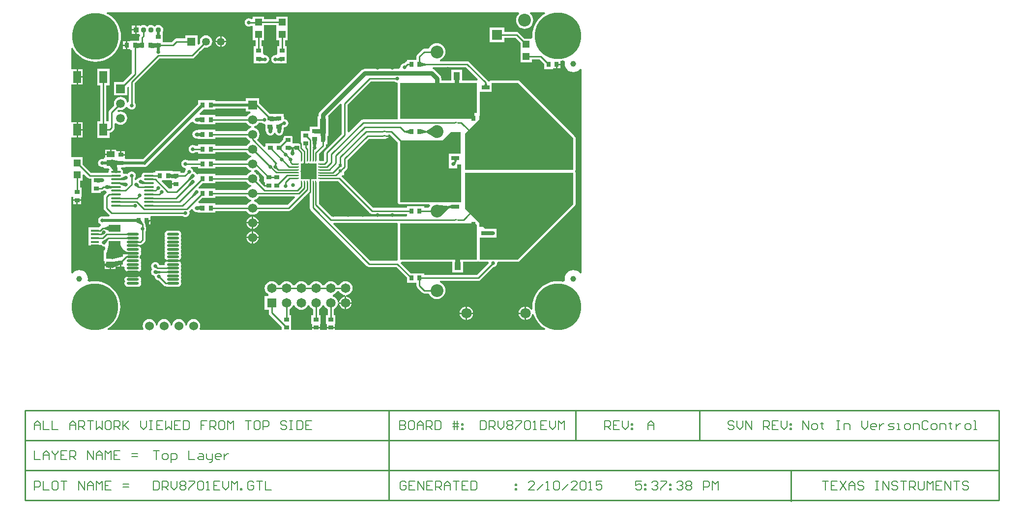
<source format=gtl>
%FSAX25Y25*%
%MOIN*%
G70*
G01*
G75*
G04 Layer_Physical_Order=1*
G04 Layer_Color=255*
%ADD10R,0.05402X0.02795*%
%ADD11R,0.02323X0.02795*%
%ADD12R,0.05512X0.08268*%
%ADD13O,0.08268X0.01772*%
%ADD14O,0.00945X0.02362*%
%ADD15O,0.02362X0.00945*%
%ADD16R,0.11024X0.11024*%
%ADD17O,0.06693X0.01378*%
%ADD18R,0.01000X0.01000*%
%ADD19R,0.04724X0.04724*%
%ADD20C,0.03937*%
%ADD21R,0.06299X0.08268*%
%ADD22R,0.07480X0.07087*%
%ADD23R,0.07480X0.07480*%
%ADD24R,0.05315X0.01575*%
%ADD25R,0.05906X0.13780*%
%ADD26R,0.04331X0.10236*%
%ADD27R,0.08000X0.04500*%
%ADD28R,0.05512X0.04331*%
%ADD29R,0.03347X0.03150*%
%ADD30R,0.01969X0.02362*%
%ADD31R,0.03150X0.03347*%
%ADD32R,0.04331X0.05512*%
%ADD33C,0.01000*%
%ADD34C,0.03000*%
%ADD35C,0.02000*%
%ADD36C,0.00800*%
%ADD37R,0.15157X0.17795*%
%ADD38C,0.07087*%
%ADD39R,0.07087X0.07087*%
%ADD40C,0.06000*%
%ADD41C,0.02500*%
%ADD42C,0.31496*%
%ADD43R,0.05906X0.05906*%
%ADD44C,0.05906*%
%ADD45C,0.08700*%
%ADD46C,0.06200*%
%ADD47R,0.06200X0.06200*%
%ADD48R,0.06496X0.06496*%
%ADD49C,0.06496*%
%ADD50R,0.05906X0.05906*%
%ADD51R,0.03740X0.03740*%
%ADD52C,0.03740*%
%ADD53R,0.05315X0.05315*%
%ADD54C,0.05315*%
%ADD55R,0.07087X0.07087*%
%ADD56C,0.02000*%
G36*
X0229794Y0268750D02*
X0230446Y0268314D01*
X0231216Y0268161D01*
X0231985Y0268314D01*
X0232200Y0268457D01*
X0232415Y0268314D01*
X0233184Y0268161D01*
X0233954Y0268314D01*
X0234169Y0268457D01*
X0234383Y0268314D01*
X0235153Y0268161D01*
X0235922Y0268314D01*
X0235957Y0268337D01*
X0236862Y0268062D01*
X0237137Y0267157D01*
X0237114Y0267122D01*
X0236961Y0266353D01*
X0237114Y0265583D01*
X0237257Y0265369D01*
X0237114Y0265154D01*
X0236961Y0264384D01*
X0237114Y0263615D01*
X0237257Y0263400D01*
X0237114Y0263185D01*
X0236961Y0262416D01*
X0237114Y0261646D01*
X0237257Y0261432D01*
X0237114Y0261217D01*
X0236961Y0260447D01*
X0237114Y0259678D01*
X0237137Y0259643D01*
X0236862Y0258738D01*
X0235957Y0258463D01*
X0235922Y0258486D01*
X0235153Y0258639D01*
X0234383Y0258486D01*
X0233731Y0258050D01*
X0233684Y0257981D01*
X0232684D01*
X0232638Y0258050D01*
X0231985Y0258486D01*
X0231216Y0258639D01*
X0230446Y0258486D01*
X0230231Y0258343D01*
X0230017Y0258486D01*
X0229247Y0258639D01*
X0228478Y0258486D01*
X0228443Y0258463D01*
X0227538Y0258738D01*
X0227263Y0259643D01*
X0227286Y0259678D01*
X0227439Y0260447D01*
X0227286Y0261217D01*
X0227143Y0261432D01*
X0227286Y0261646D01*
X0227439Y0262416D01*
X0227286Y0263185D01*
X0227143Y0263400D01*
X0227286Y0263615D01*
X0227439Y0264384D01*
X0227286Y0265154D01*
X0227143Y0265369D01*
X0227286Y0265583D01*
X0227439Y0266353D01*
X0227286Y0267122D01*
X0227173Y0267292D01*
X0227272Y0267530D01*
X0227286Y0267552D01*
X0227291Y0267578D01*
X0227556Y0268216D01*
X0228048Y0268314D01*
X0228701Y0268750D01*
X0228747Y0268819D01*
X0229747D01*
X0229794Y0268750D01*
D02*
G37*
G36*
X0411700Y0285900D02*
Y0264400D01*
X0338200D01*
Y0288900D01*
X0348200Y0298900D01*
Y0317400D01*
X0356200D01*
Y0323400D01*
X0374200D01*
X0411700Y0285900D01*
D02*
G37*
G36*
X0273758Y0234958D02*
X0274420Y0234516D01*
X0275200Y0234361D01*
X0298869D01*
Y0233227D01*
X0298869D01*
Y0233146D01*
X0298162Y0232439D01*
X0248045D01*
X0239160Y0241323D01*
Y0255920D01*
X0239132Y0256061D01*
D01*
D01*
X0239132D01*
X0239680Y0256440D01*
X0252277D01*
X0273758Y0234958D01*
D02*
G37*
G36*
X0139027Y0257081D02*
X0139527D01*
Y0255144D01*
X0142200D01*
Y0254144D01*
X0139527D01*
Y0252069D01*
D01*
Y0252069D01*
X0138897Y0251439D01*
X0137545D01*
X0132681Y0256303D01*
X0133064Y0257227D01*
X0139027D01*
Y0257081D01*
D02*
G37*
G36*
X0202027Y0259445D02*
Y0256081D01*
X0202527D01*
Y0254264D01*
X0201603Y0253881D01*
X0198565Y0256919D01*
X0198682Y0257199D01*
X0198840Y0258400D01*
X0198682Y0259601D01*
X0198218Y0260720D01*
X0197481Y0261681D01*
X0196520Y0262418D01*
X0195401Y0262882D01*
X0195261Y0262900D01*
Y0263900D01*
X0195401Y0263918D01*
X0196520Y0264382D01*
X0196843Y0264630D01*
X0202027Y0259445D01*
D02*
G37*
G36*
X0284300Y0286900D02*
X0283100D01*
Y0287900D01*
X0284300D01*
Y0286900D01*
D02*
G37*
G36*
X0291057Y0323998D02*
X0291726Y0323721D01*
X0292444Y0323626D01*
X0292457Y0323628D01*
X0292671Y0323400D01*
Y0298900D01*
X0292292Y0298439D01*
X0269200D01*
X0268420Y0298284D01*
X0267758Y0297842D01*
X0259663Y0289747D01*
X0258739Y0290130D01*
Y0308555D01*
X0274545Y0324361D01*
X0290584D01*
X0291057Y0323998D01*
D02*
G37*
G36*
X0292671Y0283046D02*
Y0242400D01*
X0292787Y0241815D01*
X0293119Y0241319D01*
X0293615Y0240987D01*
X0294200Y0240871D01*
X0314132D01*
X0314559Y0239967D01*
X0314312Y0239666D01*
X0313769Y0238650D01*
X0313705Y0238439D01*
X0310531D01*
Y0239573D01*
X0298869D01*
Y0238439D01*
X0276045D01*
X0254657Y0259826D01*
X0254913Y0260445D01*
X0255118Y0260750D01*
X0256184D01*
Y0263000D01*
X0258142Y0264958D01*
X0258584Y0265620D01*
X0258739Y0266400D01*
X0258739Y0266400D01*
X0258739Y0266400D01*
Y0266400D01*
Y0271055D01*
X0273045Y0285361D01*
X0282700D01*
X0282897Y0285400D01*
X0282952D01*
X0283100Y0285371D01*
X0284300D01*
X0284448Y0285400D01*
X0284700D01*
Y0285450D01*
X0284885Y0285487D01*
X0285381Y0285819D01*
X0285436Y0285900D01*
X0286200D01*
Y0288361D01*
X0287355D01*
X0292671Y0283046D01*
D02*
G37*
G36*
X0190182Y0266080D02*
X0190919Y0265119D01*
X0191880Y0264382D01*
X0192999Y0263918D01*
X0193139Y0263900D01*
Y0262900D01*
X0192999Y0262882D01*
X0191880Y0262418D01*
X0190919Y0261681D01*
X0190182Y0260720D01*
X0190066Y0260439D01*
X0169031D01*
Y0261573D01*
X0157369D01*
Y0261248D01*
X0156379Y0261118D01*
X0156102Y0261787D01*
X0155661Y0262361D01*
X0155087Y0262802D01*
X0154418Y0263079D01*
X0153942Y0263142D01*
X0153879Y0263618D01*
X0153602Y0264287D01*
X0153161Y0264861D01*
X0152587Y0265302D01*
X0152399Y0265380D01*
X0152594Y0266361D01*
X0157369D01*
Y0265227D01*
X0169031D01*
Y0266361D01*
X0190066D01*
X0190182Y0266080D01*
D02*
G37*
G36*
X0254661Y0308775D02*
Y0288745D01*
X0243258Y0277342D01*
X0242816Y0276680D01*
X0242661Y0275900D01*
Y0270745D01*
X0242277Y0270360D01*
X0239680D01*
X0239539Y0270332D01*
X0239539Y0270332D01*
X0239160Y0270880D01*
Y0274977D01*
X0243386Y0279202D01*
X0243828Y0279864D01*
X0243983Y0280644D01*
Y0281727D01*
X0245019D01*
Y0287282D01*
X0245550D01*
Y0300518D01*
X0245550Y0300518D01*
X0245550D01*
X0245418Y0300838D01*
X0248840Y0304260D01*
X0248840Y0304260D01*
X0253737Y0309158D01*
X0254661Y0308775D01*
D02*
G37*
G36*
X0411700Y0240900D02*
X0374200Y0203400D01*
X0348200D01*
Y0218400D01*
X0359700D01*
Y0224400D01*
X0351700D01*
X0338200Y0237900D01*
Y0262400D01*
X0411700D01*
Y0240900D01*
D02*
G37*
G36*
X0104700Y0213400D02*
X0106200Y0210200D01*
X0108200Y0208900D01*
X0110200Y0208400D01*
Y0206900D01*
X0095200D01*
Y0207900D01*
X0096700Y0213400D01*
Y0215900D01*
X0104700D01*
Y0213400D01*
D02*
G37*
G36*
X0346200Y0226900D02*
Y0203400D01*
X0294200D01*
Y0227900D01*
X0345200D01*
X0346200Y0226900D01*
D02*
G37*
G36*
X0347615Y0201987D02*
X0348200Y0201871D01*
X0353796D01*
X0354145Y0201472D01*
X0354363Y0200947D01*
X0346355Y0192939D01*
X0310531D01*
Y0194073D01*
X0301655D01*
X0294781Y0200947D01*
X0295164Y0201871D01*
X0329487D01*
Y0194644D01*
X0336818D01*
Y0201871D01*
X0346200D01*
X0346785Y0201987D01*
X0347200Y0202264D01*
X0347615Y0201987D01*
D02*
G37*
G36*
X0292671Y0227900D02*
Y0203400D01*
X0292708Y0203212D01*
X0292074Y0202439D01*
X0274045D01*
X0249047Y0227437D01*
X0249430Y0228361D01*
X0292292D01*
X0292671Y0227900D01*
D02*
G37*
G36*
X0335200Y0275400D02*
X0327200D01*
Y0265400D01*
X0333200D01*
Y0267900D01*
X0335700D01*
Y0242400D01*
X0294200D01*
Y0284400D01*
X0323200D01*
X0328700Y0289900D01*
X0335200D01*
Y0275400D01*
D02*
G37*
G36*
X0190182Y0256080D02*
X0190919Y0255119D01*
X0191880Y0254382D01*
X0192999Y0253918D01*
X0193139Y0253900D01*
Y0252900D01*
X0192999Y0252882D01*
X0191880Y0252418D01*
X0190919Y0251681D01*
X0190182Y0250720D01*
X0190066Y0250439D01*
X0169031D01*
Y0251573D01*
X0157885D01*
X0157704Y0251712D01*
X0157638Y0252710D01*
X0160155Y0255227D01*
X0169031D01*
Y0256361D01*
X0190066D01*
X0190182Y0256080D01*
D02*
G37*
G36*
X0222853Y0245437D02*
X0217855Y0240439D01*
X0198334D01*
X0198218Y0240720D01*
X0197481Y0241681D01*
X0196520Y0242418D01*
X0195401Y0242882D01*
X0195261Y0242900D01*
Y0243900D01*
X0195401Y0243918D01*
X0196520Y0244382D01*
X0197481Y0245119D01*
X0198218Y0246080D01*
X0198334Y0246361D01*
X0222470D01*
X0222853Y0245437D01*
D02*
G37*
G36*
X0332800Y0229900D02*
X0331600D01*
Y0230900D01*
X0332800D01*
Y0229900D01*
D02*
G37*
G36*
X0190182Y0246080D02*
X0190919Y0245119D01*
X0191880Y0244382D01*
X0192999Y0243918D01*
X0193139Y0243900D01*
Y0242900D01*
X0192999Y0242882D01*
X0191880Y0242418D01*
X0190919Y0241681D01*
X0190182Y0240720D01*
X0190066Y0240439D01*
X0169031D01*
Y0241573D01*
X0157808D01*
X0157425Y0242497D01*
X0160155Y0245227D01*
X0169031D01*
Y0246361D01*
X0190066D01*
X0190182Y0246080D01*
D02*
G37*
G36*
X0284300Y0289900D02*
X0283100D01*
Y0290900D01*
X0284300D01*
Y0289900D01*
D02*
G37*
G36*
X0189600Y0303800D02*
X0192653D01*
X0192849Y0302819D01*
X0191880Y0302418D01*
X0190919Y0301681D01*
X0190182Y0300720D01*
X0190066Y0300439D01*
X0169031D01*
Y0301573D01*
X0158529D01*
X0158146Y0302497D01*
X0160876Y0305227D01*
X0169031D01*
Y0305851D01*
X0189600D01*
Y0303800D01*
D02*
G37*
G36*
X0346200Y0302900D02*
X0344700D01*
Y0298900D01*
X0294200D01*
Y0323400D01*
X0346200D01*
Y0302900D01*
D02*
G37*
G36*
X0392593Y0370387D02*
X0392558Y0370369D01*
X0390677Y0369113D01*
X0388978Y0367622D01*
X0387487Y0365922D01*
X0386231Y0364042D01*
X0385231Y0362015D01*
X0384504Y0359874D01*
X0384063Y0357656D01*
X0383915Y0355400D01*
X0383998Y0354126D01*
X0383315Y0353396D01*
X0378722D01*
X0374776Y0357342D01*
X0374114Y0357784D01*
X0373334Y0357939D01*
X0365086D01*
Y0360943D01*
X0354999D01*
Y0350857D01*
X0365086D01*
Y0353861D01*
X0372489D01*
X0375838Y0350512D01*
Y0345835D01*
X0375838D01*
X0375838Y0345835D01*
X0375838Y0345672D01*
Y0345400D01*
Y0345128D01*
X0375838Y0344965D01*
X0375838Y0344965D01*
X0375838D01*
Y0337404D01*
X0383562D01*
Y0339227D01*
X0388733D01*
X0391869Y0336091D01*
Y0332727D01*
X0398019D01*
Y0333227D01*
X0399956D01*
Y0335900D01*
X0400456D01*
Y0336400D01*
X0403031D01*
Y0338235D01*
X0403456Y0338263D01*
X0404642Y0338499D01*
X0406062Y0337911D01*
X0405863Y0336400D01*
X0406062Y0334889D01*
X0406645Y0333482D01*
X0407573Y0332273D01*
X0408781Y0331345D01*
X0410189Y0330762D01*
X0411700Y0330563D01*
X0413211Y0330762D01*
X0414618Y0331345D01*
X0415827Y0332273D01*
X0416214Y0332776D01*
X0417161Y0332455D01*
Y0194345D01*
X0416214Y0194024D01*
X0415827Y0194527D01*
X0414618Y0195455D01*
X0413211Y0196038D01*
X0411700Y0196237D01*
X0410189Y0196038D01*
X0408781Y0195455D01*
X0407573Y0194527D01*
X0406645Y0193318D01*
X0406062Y0191911D01*
X0405863Y0190400D01*
X0406062Y0188889D01*
X0404642Y0188301D01*
X0403456Y0188537D01*
X0401200Y0188685D01*
X0398944Y0188537D01*
X0396726Y0188096D01*
X0394585Y0187369D01*
X0392558Y0186369D01*
X0390677Y0185113D01*
X0388978Y0183622D01*
X0387487Y0181922D01*
X0386231Y0180043D01*
X0385231Y0178015D01*
X0384504Y0175874D01*
X0384063Y0173656D01*
X0383915Y0171400D01*
X0384030Y0169640D01*
X0383094Y0169288D01*
X0382440Y0170140D01*
X0381491Y0170869D01*
X0380386Y0171326D01*
X0379700Y0171417D01*
Y0166900D01*
Y0162383D01*
X0380386Y0162474D01*
X0381491Y0162931D01*
X0382440Y0163660D01*
X0383169Y0164609D01*
X0383626Y0165714D01*
X0383699Y0166267D01*
X0384694Y0166365D01*
X0385231Y0164785D01*
X0386231Y0162758D01*
X0387487Y0160878D01*
X0388978Y0159178D01*
X0390677Y0157687D01*
X0392558Y0156431D01*
X0392593Y0156413D01*
X0392366Y0155439D01*
X0249873D01*
Y0156644D01*
X0244527D01*
Y0155439D01*
X0239873D01*
Y0156644D01*
X0234527D01*
Y0155439D01*
X0220373D01*
Y0159581D01*
Y0165731D01*
X0219239D01*
Y0169605D01*
X0219595Y0169753D01*
X0220586Y0170514D01*
X0221347Y0171505D01*
X0221700Y0172357D01*
X0222700D01*
X0223053Y0171505D01*
X0223814Y0170514D01*
X0224805Y0169753D01*
X0225960Y0169274D01*
X0227200Y0169111D01*
X0228439Y0169274D01*
X0229594Y0169753D01*
X0230586Y0170514D01*
X0231347Y0171505D01*
X0231700Y0172357D01*
X0232700D01*
X0233053Y0171505D01*
X0233814Y0170514D01*
X0234805Y0169753D01*
X0235161Y0169605D01*
Y0165731D01*
X0234027D01*
Y0159581D01*
X0234527D01*
Y0157644D01*
X0239873D01*
Y0159581D01*
X0240373D01*
Y0165731D01*
X0239239D01*
Y0169605D01*
X0239595Y0169753D01*
X0240586Y0170514D01*
X0241347Y0171505D01*
X0241700Y0172357D01*
X0242700D01*
X0243053Y0171505D01*
X0243814Y0170514D01*
X0244806Y0169753D01*
X0245161Y0169605D01*
Y0165731D01*
X0244027D01*
Y0159581D01*
X0244527D01*
Y0157644D01*
X0249873D01*
Y0159581D01*
X0250373D01*
Y0165731D01*
X0249239D01*
Y0169605D01*
X0249594Y0169753D01*
X0250586Y0170514D01*
X0251347Y0171505D01*
X0251826Y0172661D01*
X0251952Y0173620D01*
X0252477D01*
Y0174180D01*
X0251952D01*
X0251826Y0175139D01*
X0251347Y0176295D01*
X0250586Y0177286D01*
X0249594Y0178047D01*
X0248743Y0178400D01*
Y0179400D01*
X0249594Y0179753D01*
X0250586Y0180514D01*
X0251347Y0181506D01*
X0251495Y0181861D01*
X0252905D01*
X0253053Y0181506D01*
X0253814Y0180514D01*
X0254805Y0179753D01*
X0255960Y0179274D01*
X0256920Y0179148D01*
Y0178623D01*
X0257480D01*
Y0179148D01*
X0258439Y0179274D01*
X0259594Y0179753D01*
X0260586Y0180514D01*
X0261347Y0181506D01*
X0261826Y0182660D01*
X0261989Y0183900D01*
X0261826Y0185140D01*
X0261347Y0186294D01*
X0260586Y0187286D01*
X0259594Y0188047D01*
X0258439Y0188526D01*
X0257200Y0188689D01*
X0255960Y0188526D01*
X0254805Y0188047D01*
X0253814Y0187286D01*
X0253053Y0186294D01*
X0252905Y0185939D01*
X0251495D01*
X0251347Y0186294D01*
X0250586Y0187286D01*
X0249594Y0188047D01*
X0248440Y0188526D01*
X0247200Y0188689D01*
X0245960Y0188526D01*
X0244806Y0188047D01*
X0243814Y0187286D01*
X0243053Y0186294D01*
X0242905Y0185939D01*
X0241495D01*
X0241347Y0186294D01*
X0240586Y0187286D01*
X0239595Y0188047D01*
X0238439Y0188526D01*
X0237200Y0188689D01*
X0235961Y0188526D01*
X0234805Y0188047D01*
X0233814Y0187286D01*
X0233053Y0186294D01*
X0232905Y0185939D01*
X0231495D01*
X0231347Y0186294D01*
X0230586Y0187286D01*
X0229594Y0188047D01*
X0228439Y0188526D01*
X0227200Y0188689D01*
X0225960Y0188526D01*
X0224805Y0188047D01*
X0223814Y0187286D01*
X0223053Y0186294D01*
X0222905Y0185939D01*
X0221495D01*
X0221347Y0186294D01*
X0220586Y0187286D01*
X0219595Y0188047D01*
X0218440Y0188526D01*
X0217200Y0188689D01*
X0215961Y0188526D01*
X0214806Y0188047D01*
X0213814Y0187286D01*
X0213053Y0186294D01*
X0212905Y0185939D01*
X0211495D01*
X0211347Y0186294D01*
X0210586Y0187286D01*
X0209594Y0188047D01*
X0208439Y0188526D01*
X0207200Y0188689D01*
X0205960Y0188526D01*
X0204805Y0188047D01*
X0203814Y0187286D01*
X0203053Y0186294D01*
X0202574Y0185140D01*
X0202411Y0183900D01*
X0202574Y0182660D01*
X0203053Y0181506D01*
X0203814Y0180514D01*
X0204805Y0179753D01*
X0205104Y0179629D01*
X0204909Y0178648D01*
X0202452D01*
Y0169152D01*
X0205161D01*
Y0167144D01*
X0205161Y0167144D01*
X0205161D01*
X0205316Y0166364D01*
X0205758Y0165702D01*
X0214027Y0157433D01*
Y0155439D01*
X0158744D01*
X0158189Y0156271D01*
X0158584Y0157225D01*
X0158739Y0158400D01*
X0158584Y0159575D01*
X0158131Y0160669D01*
X0157409Y0161609D01*
X0156469Y0162331D01*
X0155375Y0162784D01*
X0154200Y0162939D01*
X0153025Y0162784D01*
X0151931Y0162331D01*
X0150991Y0161609D01*
X0150269Y0160669D01*
X0149816Y0159575D01*
X0149700Y0158695D01*
X0148700D01*
X0148584Y0159575D01*
X0148131Y0160669D01*
X0147409Y0161609D01*
X0146469Y0162331D01*
X0145375Y0162784D01*
X0144200Y0162939D01*
X0143025Y0162784D01*
X0141931Y0162331D01*
X0140991Y0161609D01*
X0140269Y0160669D01*
X0139816Y0159575D01*
X0139700Y0158695D01*
X0138700D01*
X0138584Y0159575D01*
X0138131Y0160669D01*
X0137409Y0161609D01*
X0136469Y0162331D01*
X0135375Y0162784D01*
X0134200Y0162939D01*
X0133025Y0162784D01*
X0131931Y0162331D01*
X0130991Y0161609D01*
X0130269Y0160669D01*
X0129816Y0159575D01*
X0129700Y0158695D01*
X0128700D01*
X0128584Y0159575D01*
X0128131Y0160669D01*
X0127409Y0161609D01*
X0126469Y0162331D01*
X0125375Y0162784D01*
X0124200Y0162939D01*
X0123025Y0162784D01*
X0121931Y0162331D01*
X0120991Y0161609D01*
X0120269Y0160669D01*
X0119816Y0159575D01*
X0119661Y0158400D01*
X0119816Y0157225D01*
X0120211Y0156271D01*
X0119656Y0155439D01*
X0096034D01*
X0095807Y0156413D01*
X0095842Y0156431D01*
X0097723Y0157687D01*
X0099422Y0159178D01*
X0100913Y0160878D01*
X0102169Y0162758D01*
X0103169Y0164785D01*
X0103896Y0166926D01*
X0104337Y0169144D01*
X0104485Y0171400D01*
X0104337Y0173656D01*
X0103896Y0175874D01*
X0103169Y0178015D01*
X0102169Y0180043D01*
X0100913Y0181922D01*
X0099422Y0183622D01*
X0097723Y0185113D01*
X0095842Y0186369D01*
X0093815Y0187369D01*
X0091674Y0188096D01*
X0089456Y0188537D01*
X0087200Y0188685D01*
X0084944Y0188537D01*
X0083758Y0188301D01*
X0082338Y0188889D01*
X0082537Y0190400D01*
X0082338Y0191911D01*
X0081755Y0193318D01*
X0080827Y0194527D01*
X0079619Y0195455D01*
X0078211Y0196038D01*
X0076700Y0196237D01*
X0075189Y0196038D01*
X0073782Y0195455D01*
X0072573Y0194527D01*
X0072186Y0194024D01*
X0071239Y0194345D01*
Y0246081D01*
X0072027D01*
Y0246081D01*
X0072527Y0246081D01*
Y0244144D01*
X0077873D01*
Y0246081D01*
X0078373D01*
Y0252231D01*
X0077239D01*
Y0256904D01*
X0079062D01*
Y0260981D01*
X0079986Y0261364D01*
X0082435Y0258915D01*
X0083097Y0258473D01*
X0083877Y0258317D01*
X0085027D01*
Y0254081D01*
Y0248569D01*
X0091373D01*
Y0249605D01*
X0091944D01*
X0092725Y0249760D01*
X0093386Y0250202D01*
X0093614Y0250430D01*
X0093813Y0250277D01*
X0094482Y0250000D01*
X0094784Y0249961D01*
X0094829Y0249941D01*
X0094876Y0249940D01*
X0094902Y0249929D01*
X0095012Y0249931D01*
X0095071Y0249923D01*
X0095392Y0248976D01*
X0093758Y0247342D01*
X0093316Y0246680D01*
X0093161Y0245900D01*
Y0238400D01*
X0093161Y0238400D01*
X0093161D01*
X0093316Y0237620D01*
X0093758Y0236958D01*
X0097258Y0233458D01*
X0097336Y0233406D01*
X0097046Y0232449D01*
X0093232D01*
X0092918Y0232579D01*
X0092200Y0232674D01*
X0091482Y0232579D01*
X0090813Y0232302D01*
X0090239Y0231861D01*
X0089798Y0231287D01*
X0089521Y0230618D01*
X0089426Y0229900D01*
X0089521Y0229182D01*
X0089798Y0228513D01*
X0090239Y0227939D01*
X0090813Y0227498D01*
X0091237Y0227322D01*
X0091335Y0226327D01*
X0091058Y0226142D01*
X0090222Y0225306D01*
X0083043D01*
Y0220731D01*
Y0218172D01*
Y0215613D01*
Y0213053D01*
X0091150D01*
X0091239Y0212939D01*
X0091813Y0212498D01*
X0092482Y0212221D01*
X0093200Y0212126D01*
X0093918Y0212221D01*
X0094446Y0210947D01*
X0094056Y0209518D01*
X0093444D01*
Y0202187D01*
X0093944D01*
Y0200447D01*
X0097700D01*
Y0199947D01*
X0098200D01*
Y0196782D01*
X0101456D01*
Y0198569D01*
X0102027D01*
Y0198569D01*
X0104200D01*
Y0201144D01*
X0105200D01*
Y0198569D01*
X0106861D01*
X0107495Y0197796D01*
X0107437Y0197502D01*
X0107622Y0196572D01*
X0108149Y0195782D01*
X0108938Y0195255D01*
X0109869Y0195070D01*
X0116365D01*
X0117296Y0195255D01*
X0118085Y0195782D01*
X0118613Y0196572D01*
X0118798Y0197502D01*
X0118613Y0198433D01*
X0118380Y0198782D01*
X0118613Y0199130D01*
X0118798Y0200061D01*
X0118613Y0200992D01*
X0118380Y0201341D01*
X0118613Y0201690D01*
X0118798Y0202621D01*
X0118613Y0203551D01*
X0118085Y0204341D01*
X0117578Y0204679D01*
Y0205679D01*
X0118085Y0206018D01*
X0118613Y0206808D01*
X0118798Y0207739D01*
X0118613Y0208669D01*
X0118380Y0209018D01*
X0118613Y0209367D01*
X0118798Y0210298D01*
X0118613Y0211228D01*
X0118085Y0212018D01*
X0117578Y0212357D01*
Y0212730D01*
X0117774Y0213377D01*
X0118216D01*
X0118996Y0213532D01*
X0119658Y0213974D01*
X0121142Y0215458D01*
X0121584Y0216120D01*
X0121739Y0216900D01*
X0121739Y0216900D01*
Y0222540D01*
X0122102Y0223013D01*
X0122379Y0223682D01*
X0122474Y0224400D01*
X0122379Y0225118D01*
X0122102Y0225787D01*
X0121739Y0226260D01*
Y0227144D01*
X0121739Y0227144D01*
X0121956Y0227187D01*
Y0229900D01*
X0122456D01*
Y0230400D01*
X0125031D01*
Y0232573D01*
D01*
Y0232573D01*
X0125318Y0232861D01*
X0146840D01*
X0147313Y0232498D01*
X0147982Y0232221D01*
X0148700Y0232126D01*
X0149418Y0232221D01*
X0150087Y0232498D01*
X0150661Y0232939D01*
X0151102Y0233513D01*
X0151379Y0234182D01*
X0151474Y0234900D01*
X0151379Y0235618D01*
X0151135Y0236207D01*
X0152472Y0237544D01*
X0153000Y0237614D01*
X0153598Y0237495D01*
X0153798Y0237013D01*
X0154239Y0236439D01*
X0154813Y0235998D01*
X0155482Y0235721D01*
X0155784Y0235681D01*
X0155830Y0235661D01*
X0155954Y0235659D01*
X0156200Y0235626D01*
X0156383Y0235650D01*
X0156625Y0235646D01*
X0156826Y0235682D01*
X0157369Y0235227D01*
Y0235227D01*
X0169031D01*
Y0236361D01*
X0190066D01*
X0190182Y0236080D01*
X0190919Y0235119D01*
X0191880Y0234382D01*
X0192999Y0233918D01*
X0194200Y0233760D01*
X0195401Y0233918D01*
X0196520Y0234382D01*
X0197481Y0235119D01*
X0198218Y0236080D01*
X0198334Y0236361D01*
X0218700D01*
X0219480Y0236516D01*
X0220142Y0236958D01*
X0232190Y0249006D01*
X0233114Y0248623D01*
Y0238447D01*
X0233114Y0238447D01*
X0233114D01*
X0233269Y0237667D01*
X0233711Y0237005D01*
X0271758Y0198958D01*
X0272420Y0198516D01*
X0273200Y0198361D01*
X0291599D01*
X0298869Y0191091D01*
Y0187727D01*
X0305417D01*
Y0185644D01*
X0305417Y0185644D01*
X0305417D01*
X0305572Y0184864D01*
X0306014Y0184202D01*
X0309258Y0180958D01*
X0309920Y0180516D01*
X0310700Y0180361D01*
X0313705D01*
X0313769Y0180150D01*
X0314312Y0179134D01*
X0315043Y0178243D01*
X0315934Y0177512D01*
X0316950Y0176969D01*
X0318053Y0176635D01*
X0319200Y0176522D01*
X0320347Y0176635D01*
X0321449Y0176969D01*
X0322466Y0177512D01*
X0323357Y0178243D01*
X0324088Y0179134D01*
X0324631Y0180150D01*
X0324965Y0181253D01*
X0325078Y0182400D01*
X0324965Y0183547D01*
X0324631Y0184650D01*
X0324088Y0185666D01*
X0323357Y0186557D01*
X0322466Y0187288D01*
X0321449Y0187831D01*
X0321315Y0187872D01*
X0321462Y0188861D01*
X0347200D01*
X0347980Y0189016D01*
X0348642Y0189458D01*
X0348642Y0189458D01*
X0348642Y0189458D01*
X0357327Y0198143D01*
X0357918Y0198221D01*
X0358587Y0198498D01*
X0359161Y0198939D01*
X0359602Y0199513D01*
X0359879Y0200182D01*
X0359974Y0200900D01*
X0359945Y0201119D01*
X0360604Y0201871D01*
X0374200D01*
X0374785Y0201987D01*
X0375281Y0202319D01*
X0412781Y0239819D01*
X0413113Y0240315D01*
X0413229Y0240900D01*
Y0262400D01*
X0413113Y0262985D01*
X0412836Y0263400D01*
X0413113Y0263815D01*
X0413229Y0264400D01*
Y0285900D01*
X0413113Y0286485D01*
X0412781Y0286981D01*
X0375281Y0324481D01*
X0374785Y0324813D01*
X0374200Y0324929D01*
X0356200D01*
X0355615Y0324813D01*
X0355119Y0324481D01*
X0355082Y0324426D01*
X0354469Y0324304D01*
X0353963Y0324377D01*
X0353953Y0324413D01*
X0353833Y0324557D01*
X0353746Y0324722D01*
X0353663Y0324791D01*
X0353603Y0324881D01*
X0341142Y0337342D01*
X0340480Y0337784D01*
X0339700Y0337939D01*
X0321462D01*
X0321315Y0338928D01*
X0321449Y0338969D01*
X0322466Y0339512D01*
X0323357Y0340243D01*
X0324088Y0341134D01*
X0324631Y0342150D01*
X0324965Y0343253D01*
X0325078Y0344400D01*
X0324965Y0345547D01*
X0324631Y0346650D01*
X0324088Y0347666D01*
X0323357Y0348557D01*
X0322466Y0349288D01*
X0321449Y0349831D01*
X0320347Y0350165D01*
X0319200Y0350278D01*
X0318053Y0350165D01*
X0316950Y0349831D01*
X0315934Y0349288D01*
X0315043Y0348557D01*
X0314312Y0347666D01*
X0313769Y0346650D01*
X0313705Y0346439D01*
X0310700D01*
X0310700Y0346439D01*
X0309920Y0346284D01*
X0309258Y0345842D01*
X0306014Y0342598D01*
X0305572Y0341936D01*
X0305417Y0341156D01*
Y0339073D01*
X0298869D01*
Y0337873D01*
X0298420Y0337784D01*
X0297758Y0337342D01*
X0297073Y0336657D01*
X0296482Y0336579D01*
X0295813Y0336302D01*
X0295239Y0335861D01*
X0294798Y0335287D01*
X0294521Y0334618D01*
X0294426Y0333900D01*
X0294445Y0333760D01*
X0293785Y0333009D01*
X0270283D01*
X0270283Y0333009D01*
X0269590Y0332917D01*
X0269499Y0332905D01*
X0269286Y0332817D01*
X0268770Y0332603D01*
X0268415Y0332331D01*
X0268143Y0332122D01*
X0268143Y0332122D01*
X0244560Y0308540D01*
X0244560Y0308540D01*
X0239745Y0303725D01*
X0239264Y0303098D01*
X0239176Y0302884D01*
X0238962Y0302368D01*
X0238859Y0301585D01*
Y0300518D01*
X0238220D01*
Y0293731D01*
X0233027D01*
Y0290731D01*
X0227027D01*
Y0284581D01*
Y0282219D01*
X0224035D01*
X0223943Y0282239D01*
X0223830Y0282219D01*
X0221373D01*
Y0287731D01*
X0215027D01*
Y0284855D01*
X0212391Y0282219D01*
X0209373D01*
Y0282219D01*
X0203027D01*
Y0280264D01*
X0202103Y0279881D01*
X0197443Y0284541D01*
X0197481Y0285119D01*
X0198218Y0286080D01*
X0198682Y0287199D01*
X0198840Y0288400D01*
X0198682Y0289601D01*
X0198218Y0290720D01*
X0197481Y0291681D01*
X0196520Y0292418D01*
X0195401Y0292882D01*
X0195261Y0292900D01*
Y0293900D01*
X0195401Y0293918D01*
X0196520Y0294382D01*
X0197481Y0295119D01*
X0198218Y0296080D01*
X0198334Y0296361D01*
X0200340D01*
X0200813Y0295998D01*
X0201482Y0295721D01*
X0202200Y0295626D01*
X0202897Y0295015D01*
Y0290569D01*
X0203380D01*
X0203443Y0290006D01*
X0203503Y0289814D01*
X0203521Y0289682D01*
X0203625Y0289430D01*
X0203683Y0289247D01*
X0203718Y0289206D01*
X0203798Y0289013D01*
X0204239Y0288439D01*
X0204813Y0287998D01*
X0205482Y0287721D01*
X0206200Y0287626D01*
X0206918Y0287721D01*
X0207587Y0287998D01*
X0208161Y0288439D01*
X0208602Y0289013D01*
X0208699Y0289248D01*
X0208739Y0289297D01*
X0209625Y0289430D01*
D01*
X0209683Y0289247D01*
X0209718Y0289206D01*
X0209798Y0289013D01*
X0210239Y0288439D01*
X0210813Y0287998D01*
X0211482Y0287721D01*
X0212200Y0287626D01*
X0212918Y0287721D01*
X0213587Y0287998D01*
X0214161Y0288439D01*
X0214602Y0289013D01*
X0214699Y0289248D01*
X0214739Y0289297D01*
X0214787Y0289460D01*
X0214879Y0289682D01*
X0214900Y0289842D01*
X0214965Y0290059D01*
X0215011Y0290569D01*
X0215243D01*
Y0292936D01*
X0215243Y0292936D01*
D01*
X0215700Y0293126D01*
X0216418Y0293221D01*
X0217087Y0293498D01*
X0217661Y0293939D01*
X0218102Y0294513D01*
X0218379Y0295182D01*
X0218474Y0295900D01*
X0218379Y0296618D01*
X0218102Y0297287D01*
X0217661Y0297861D01*
X0217087Y0298302D01*
X0216418Y0298579D01*
X0215700Y0298674D01*
X0215243Y0302143D01*
Y0302231D01*
X0212182D01*
X0212165Y0302237D01*
X0211996Y0302231D01*
X0206821D01*
X0206221Y0302265D01*
X0206015Y0302236D01*
X0205976Y0302237D01*
X0205958Y0302231D01*
X0205879D01*
X0198800Y0309310D01*
Y0313000D01*
X0189600D01*
Y0310949D01*
X0169031D01*
Y0311573D01*
X0157369D01*
Y0308930D01*
X0119912Y0271473D01*
X0108094D01*
Y0271999D01*
X0107594D01*
Y0273936D01*
X0104920D01*
Y0274436D01*
X0104420D01*
Y0277011D01*
X0102247D01*
D01*
X0102247D01*
X0101776Y0277482D01*
Y0277998D01*
X0098520D01*
Y0274833D01*
X0098020D01*
Y0274333D01*
X0094265D01*
Y0272593D01*
X0093765D01*
Y0272129D01*
X0092933Y0271573D01*
X0092918Y0271579D01*
X0092200Y0271674D01*
X0091482Y0271579D01*
X0090813Y0271302D01*
X0090239Y0270861D01*
X0089798Y0270287D01*
X0089521Y0269618D01*
X0089426Y0268900D01*
X0089521Y0268182D01*
X0089798Y0267513D01*
X0090239Y0266939D01*
X0090813Y0266498D01*
X0091482Y0266221D01*
X0092200Y0266126D01*
X0092918Y0266221D01*
X0092933Y0266227D01*
X0093765Y0265671D01*
Y0265262D01*
X0096670D01*
X0097232Y0264476D01*
X0096760Y0263770D01*
X0096590Y0262916D01*
X0096163Y0262396D01*
X0084722D01*
X0079062Y0268056D01*
Y0272896D01*
X0071946D01*
Y0272896D01*
X0071946Y0272896D01*
X0071338Y0272896D01*
X0071239Y0272995D01*
Y0286353D01*
X0071239D01*
X0071586D01*
X0071946Y0286353D01*
X0071946Y0286353D01*
Y0286353D01*
X0074842D01*
Y0291487D01*
Y0296620D01*
X0071946D01*
Y0296620D01*
X0071946Y0296620D01*
X0071586Y0296620D01*
X0071239Y0296967D01*
Y0322180D01*
X0071239D01*
X0071586D01*
X0071946Y0322180D01*
X0071946Y0322180D01*
Y0322180D01*
X0074842D01*
Y0327313D01*
Y0332447D01*
X0071946D01*
Y0332447D01*
X0071946Y0332447D01*
X0071586Y0332447D01*
X0071239Y0332794D01*
Y0347080D01*
X0072213Y0347307D01*
X0072731Y0346257D01*
X0073987Y0344377D01*
X0075478Y0342678D01*
X0077178Y0341187D01*
X0079058Y0339931D01*
X0081085Y0338931D01*
X0083226Y0338204D01*
X0085444Y0337763D01*
X0087700Y0337615D01*
X0089956Y0337763D01*
X0092174Y0338204D01*
X0094315Y0338931D01*
X0096342Y0339931D01*
X0098223Y0341187D01*
X0099922Y0342678D01*
X0101413Y0344377D01*
X0102669Y0346257D01*
X0103669Y0348285D01*
X0104396Y0350426D01*
X0104837Y0352644D01*
X0104985Y0354900D01*
X0104837Y0357156D01*
X0104396Y0359374D01*
X0103669Y0361515D01*
X0102669Y0363543D01*
X0101413Y0365423D01*
X0099922Y0367122D01*
X0098223Y0368613D01*
X0096342Y0369869D01*
X0095293Y0370387D01*
X0095520Y0371361D01*
X0374648D01*
X0374985Y0370419D01*
X0374543Y0370057D01*
X0373812Y0369166D01*
X0373269Y0368149D01*
X0372935Y0367047D01*
X0372822Y0365900D01*
X0372935Y0364753D01*
X0373269Y0363650D01*
X0373812Y0362634D01*
X0374543Y0361743D01*
X0375434Y0361012D01*
X0376450Y0360469D01*
X0377553Y0360135D01*
X0378700Y0360022D01*
X0379847Y0360135D01*
X0380949Y0360469D01*
X0381966Y0361012D01*
X0382857Y0361743D01*
X0383588Y0362634D01*
X0384131Y0363650D01*
X0384465Y0364753D01*
X0384578Y0365900D01*
X0384465Y0367047D01*
X0384131Y0368149D01*
X0383588Y0369166D01*
X0382857Y0370057D01*
X0382415Y0370419D01*
X0382752Y0371361D01*
X0392366D01*
X0392593Y0370387D01*
D02*
G37*
G36*
X0346963Y0325753D02*
X0346491Y0324871D01*
X0346200Y0324929D01*
X0336318D01*
Y0332156D01*
X0328987D01*
Y0324929D01*
X0322226D01*
Y0326400D01*
X0322123Y0327183D01*
X0321820Y0327913D01*
X0321340Y0328540D01*
X0317757Y0332122D01*
X0317130Y0332603D01*
X0316917Y0332692D01*
X0316462Y0332880D01*
X0316657Y0333861D01*
X0338855D01*
X0346963Y0325753D01*
D02*
G37*
G36*
X0332800Y0295900D02*
X0331600D01*
Y0296900D01*
X0332800D01*
Y0295900D01*
D02*
G37*
G36*
X0154239Y0296439D02*
X0154813Y0295998D01*
X0155482Y0295721D01*
X0155784Y0295681D01*
X0155830Y0295661D01*
X0155954Y0295659D01*
X0156200Y0295626D01*
X0156383Y0295650D01*
X0156625Y0295646D01*
X0156826Y0295682D01*
X0157369Y0295227D01*
Y0295227D01*
X0169031D01*
Y0296361D01*
X0190066D01*
X0190182Y0296080D01*
X0190919Y0295119D01*
X0191880Y0294382D01*
X0192999Y0293918D01*
X0193139Y0293900D01*
Y0292900D01*
X0192999Y0292882D01*
X0191880Y0292418D01*
X0190919Y0291681D01*
X0190182Y0290720D01*
X0190066Y0290439D01*
X0169031D01*
Y0291573D01*
X0157369D01*
Y0291573D01*
X0156826Y0291119D01*
X0156625Y0291154D01*
X0156383Y0291150D01*
X0156200Y0291174D01*
X0155954Y0291141D01*
X0155830Y0291139D01*
X0155784Y0291119D01*
X0155482Y0291079D01*
X0154813Y0290802D01*
X0154239Y0290361D01*
X0153798Y0289787D01*
X0153521Y0289118D01*
X0153426Y0288400D01*
X0153521Y0287682D01*
X0153798Y0287013D01*
X0154239Y0286439D01*
X0154813Y0285998D01*
X0155482Y0285721D01*
X0155784Y0285681D01*
X0155830Y0285661D01*
X0155954Y0285659D01*
X0156200Y0285626D01*
X0156383Y0285650D01*
X0156625Y0285646D01*
X0156826Y0285682D01*
X0157369Y0285227D01*
Y0285227D01*
X0169031D01*
Y0286361D01*
X0190066D01*
X0190182Y0286080D01*
X0190919Y0285119D01*
X0191880Y0284382D01*
X0192298Y0284209D01*
X0192316Y0284120D01*
X0192674Y0283584D01*
X0192384Y0282627D01*
X0191880Y0282418D01*
X0190919Y0281681D01*
X0190182Y0280720D01*
X0190066Y0280439D01*
X0169031D01*
Y0281573D01*
X0157369D01*
Y0280439D01*
X0155560D01*
X0155087Y0280802D01*
X0154418Y0281079D01*
X0153700Y0281174D01*
X0152982Y0281079D01*
X0152313Y0280802D01*
X0151739Y0280361D01*
X0151298Y0279787D01*
X0151021Y0279118D01*
X0150926Y0278400D01*
X0151021Y0277682D01*
X0151298Y0277013D01*
X0151739Y0276439D01*
X0152313Y0275998D01*
X0152982Y0275721D01*
X0153700Y0275626D01*
X0154418Y0275721D01*
X0155087Y0275998D01*
X0155560Y0276361D01*
X0157369D01*
Y0275227D01*
X0169031D01*
Y0276361D01*
X0190066D01*
X0190182Y0276080D01*
X0190919Y0275119D01*
X0191880Y0274382D01*
X0192999Y0273918D01*
X0193139Y0273900D01*
Y0272900D01*
X0192999Y0272882D01*
X0191880Y0272418D01*
X0190919Y0271681D01*
X0190182Y0270720D01*
X0190066Y0270439D01*
X0169031D01*
Y0271573D01*
X0157369D01*
Y0270439D01*
X0150560D01*
X0150087Y0270802D01*
X0149418Y0271079D01*
X0148700Y0271174D01*
X0147982Y0271079D01*
X0147313Y0270802D01*
X0146739Y0270361D01*
X0146298Y0269787D01*
X0146021Y0269118D01*
X0145926Y0268400D01*
X0146021Y0267682D01*
X0146298Y0267013D01*
X0146739Y0266439D01*
X0147313Y0265998D01*
X0147982Y0265721D01*
X0148700Y0265626D01*
X0148865Y0264374D01*
X0148798Y0264287D01*
X0148521Y0263618D01*
X0148443Y0263027D01*
X0147611Y0262195D01*
X0145373D01*
Y0263231D01*
X0141899D01*
X0141665Y0263234D01*
X0141646Y0263231D01*
X0140031D01*
Y0263573D01*
X0128369D01*
Y0262439D01*
X0127329D01*
X0126578Y0262589D01*
X0121263D01*
X0120409Y0262419D01*
X0119685Y0261935D01*
X0119201Y0261211D01*
X0119031Y0260357D01*
X0119128Y0259872D01*
X0118444Y0259142D01*
X0118200Y0259174D01*
X0117482Y0259079D01*
X0116813Y0258802D01*
X0116239Y0258361D01*
X0115798Y0257787D01*
X0115717Y0257591D01*
X0114743Y0257364D01*
X0114239Y0257806D01*
Y0258540D01*
X0114602Y0259013D01*
X0114879Y0259682D01*
X0114974Y0260400D01*
X0114879Y0261118D01*
X0114602Y0261787D01*
X0114161Y0262361D01*
X0113587Y0262802D01*
X0112918Y0263079D01*
X0112200Y0263174D01*
X0111482Y0263079D01*
X0110813Y0262802D01*
X0110239Y0262361D01*
X0109798Y0261787D01*
Y0261787D01*
X0109587Y0261302D01*
X0108918Y0261579D01*
X0108200Y0261674D01*
X0107984Y0261645D01*
X0107952Y0261651D01*
X0107872Y0261635D01*
X0107837Y0261640D01*
X0107719Y0261611D01*
X0107482Y0261579D01*
X0107365Y0261531D01*
X0107173Y0261491D01*
X0107099Y0261460D01*
X0106199Y0262062D01*
X0106369Y0262916D01*
X0106199Y0263770D01*
X0105715Y0264494D01*
X0105119Y0264892D01*
X0105409Y0265849D01*
X0108094D01*
Y0266375D01*
X0119936D01*
X0120250Y0266245D01*
X0120968Y0266150D01*
X0121686Y0266245D01*
X0122355Y0266522D01*
X0122930Y0266963D01*
X0123370Y0267537D01*
X0123501Y0267852D01*
X0151859Y0296210D01*
X0153798Y0297013D01*
X0154239Y0296439D01*
D02*
G37*
%LPC*%
G36*
X0130221Y0362700D02*
X0129341Y0362584D01*
X0128521Y0362244D01*
X0127817Y0361704D01*
X0127624D01*
X0126920Y0362244D01*
X0126101Y0362584D01*
X0125221Y0362700D01*
X0124341Y0362584D01*
X0123521Y0362244D01*
X0122817Y0361704D01*
X0122624D01*
X0121920Y0362244D01*
X0121101Y0362584D01*
X0120221Y0362700D01*
X0119341Y0362584D01*
X0118521Y0362244D01*
X0118294Y0362070D01*
X0118091Y0362171D01*
Y0362171D01*
X0118091Y0362171D01*
X0115721D01*
Y0359300D01*
Y0356430D01*
X0117199D01*
X0117872Y0355757D01*
X0117984Y0355549D01*
X0117581Y0354945D01*
X0117426Y0354165D01*
Y0351974D01*
X0115319D01*
X0114478Y0352008D01*
X0114259Y0351974D01*
X0111402D01*
Y0351474D01*
X0109465D01*
Y0348800D01*
Y0346127D01*
X0111402D01*
Y0345627D01*
X0112437D01*
Y0330021D01*
X0106269Y0323853D01*
X0100247D01*
Y0314947D01*
X0109153D01*
Y0320188D01*
X0109984Y0320744D01*
X0110161Y0320670D01*
Y0310467D01*
X0109368Y0309858D01*
X0109122Y0309924D01*
X0109038Y0310562D01*
X0108589Y0311646D01*
X0107876Y0312576D01*
X0106946Y0313289D01*
X0105862Y0313738D01*
X0104700Y0313891D01*
X0103538Y0313738D01*
X0102454Y0313289D01*
X0101524Y0312576D01*
X0100811Y0311646D01*
X0100362Y0310562D01*
X0100209Y0309400D01*
X0100362Y0308238D01*
X0100447Y0308031D01*
X0097258Y0304842D01*
X0096816Y0304180D01*
X0096661Y0303400D01*
Y0297120D01*
X0095098D01*
Y0321679D01*
X0097314D01*
Y0332947D01*
X0088802D01*
Y0321679D01*
X0091019D01*
Y0297120D01*
X0088802D01*
Y0285853D01*
X0097314D01*
Y0289453D01*
X0098067Y0289603D01*
X0098729Y0290045D01*
X0100142Y0291458D01*
X0100584Y0292120D01*
X0100739Y0292900D01*
Y0295622D01*
X0101010Y0295830D01*
X0101636Y0296139D01*
X0102454Y0295511D01*
X0103538Y0295062D01*
X0104700Y0294909D01*
X0105862Y0295062D01*
X0106946Y0295511D01*
X0107876Y0296224D01*
X0108589Y0297154D01*
X0109038Y0298238D01*
X0109191Y0299400D01*
X0109038Y0300562D01*
X0108589Y0301646D01*
X0107876Y0302576D01*
X0106946Y0303290D01*
X0105862Y0303738D01*
X0104700Y0303891D01*
X0103538Y0303738D01*
X0103147Y0303576D01*
X0102592Y0304408D01*
X0103331Y0305147D01*
X0103538Y0305062D01*
X0104700Y0304909D01*
X0105862Y0305062D01*
X0106946Y0305510D01*
X0107876Y0306224D01*
X0108589Y0307154D01*
X0109728Y0306683D01*
X0109798Y0306513D01*
X0110239Y0305939D01*
X0110813Y0305498D01*
X0111482Y0305221D01*
X0112200Y0305126D01*
X0112918Y0305221D01*
X0113587Y0305498D01*
X0114161Y0305939D01*
X0114602Y0306513D01*
X0114879Y0307182D01*
X0114974Y0307900D01*
X0114879Y0308618D01*
X0114602Y0309287D01*
X0114239Y0309760D01*
Y0323055D01*
X0131045Y0339861D01*
X0153200D01*
X0153980Y0340016D01*
X0154642Y0340458D01*
X0161557Y0347373D01*
X0161615Y0347350D01*
X0162700Y0347207D01*
X0163785Y0347350D01*
X0164797Y0347768D01*
X0165665Y0348435D01*
X0166332Y0349303D01*
X0166751Y0350315D01*
X0166893Y0351400D01*
X0166751Y0352485D01*
X0166332Y0353497D01*
X0165665Y0354365D01*
X0164797Y0355032D01*
X0163785Y0355451D01*
X0162700Y0355593D01*
X0161615Y0355451D01*
X0160603Y0355032D01*
X0159735Y0354365D01*
X0159069Y0353497D01*
X0158650Y0352485D01*
X0158507Y0351400D01*
X0158650Y0350315D01*
X0158673Y0350257D01*
X0157781Y0349365D01*
X0156858Y0349748D01*
Y0355557D01*
X0148542D01*
Y0353439D01*
X0142700D01*
X0142700Y0353439D01*
X0141920Y0353284D01*
X0141258Y0352842D01*
X0139500Y0351084D01*
X0133394D01*
Y0351482D01*
Y0357631D01*
X0133394D01*
X0133260Y0357832D01*
X0133504Y0358421D01*
X0133620Y0359300D01*
X0133504Y0360180D01*
X0133165Y0361000D01*
X0132624Y0361704D01*
X0131920Y0362244D01*
X0131101Y0362584D01*
X0130221Y0362700D01*
D02*
G37*
G36*
X0218062Y0368396D02*
X0210338D01*
Y0366573D01*
X0202062D01*
Y0368396D01*
X0194338D01*
Y0366973D01*
X0193441Y0366530D01*
X0193087Y0366802D01*
X0192418Y0367079D01*
X0191700Y0367174D01*
X0190982Y0367079D01*
X0190313Y0366802D01*
X0189739Y0366361D01*
X0189298Y0365787D01*
X0189021Y0365118D01*
X0188926Y0364400D01*
X0189021Y0363682D01*
X0189298Y0363013D01*
X0189739Y0362439D01*
X0190313Y0361998D01*
X0190982Y0361721D01*
X0191700Y0361626D01*
X0192418Y0361721D01*
X0193087Y0361998D01*
X0193441Y0362270D01*
X0194338Y0361827D01*
Y0360836D01*
X0194338D01*
X0194338Y0360835D01*
X0194338Y0360672D01*
Y0360400D01*
Y0360128D01*
X0194338Y0359965D01*
X0194338Y0359964D01*
X0194338D01*
Y0352404D01*
X0196161D01*
Y0348231D01*
X0195027D01*
Y0342081D01*
Y0336569D01*
X0198691D01*
X0198753Y0336569D01*
X0198756Y0336569D01*
X0201373D01*
Y0336569D01*
X0201746Y0336819D01*
X0201982Y0336721D01*
X0202700Y0336626D01*
X0203418Y0336721D01*
X0204087Y0336998D01*
X0204661Y0337439D01*
X0205102Y0338013D01*
X0205379Y0338682D01*
X0205474Y0339400D01*
X0205379Y0340118D01*
X0205102Y0340787D01*
X0204661Y0341361D01*
X0204087Y0341802D01*
X0203418Y0342079D01*
X0202700Y0342174D01*
X0202125Y0342098D01*
X0201888Y0342306D01*
X0201373Y0343549D01*
Y0348231D01*
X0200239D01*
Y0352404D01*
X0202062D01*
Y0359964D01*
X0202062D01*
X0202062Y0359965D01*
X0202062Y0360128D01*
Y0360400D01*
Y0360672D01*
X0202062Y0360835D01*
X0202062Y0360836D01*
X0202062D01*
Y0362495D01*
X0210338D01*
Y0360836D01*
X0210338D01*
X0210338Y0360835D01*
X0210338Y0360672D01*
Y0360400D01*
Y0360128D01*
X0210338Y0359965D01*
X0210338Y0359964D01*
X0210338D01*
Y0352404D01*
X0212161D01*
Y0348231D01*
X0211027D01*
Y0343549D01*
X0210512Y0342306D01*
X0210275Y0342098D01*
X0209700Y0342174D01*
X0208982Y0342079D01*
X0208313Y0341802D01*
X0207739Y0341361D01*
X0207298Y0340787D01*
X0207021Y0340118D01*
X0206926Y0339400D01*
X0207021Y0338682D01*
X0207298Y0338013D01*
X0207739Y0337439D01*
X0208313Y0336998D01*
X0208982Y0336721D01*
X0209700Y0336626D01*
X0210418Y0336721D01*
X0210654Y0336819D01*
X0211027Y0336569D01*
Y0336569D01*
X0213644D01*
X0213647Y0336569D01*
X0213709Y0336569D01*
X0217373D01*
Y0342081D01*
Y0348231D01*
X0216239D01*
Y0352404D01*
X0218062D01*
Y0359964D01*
X0218062D01*
X0218062Y0359965D01*
X0218062Y0360128D01*
Y0360400D01*
Y0360672D01*
X0218062Y0360835D01*
X0218062Y0360836D01*
X0218062D01*
Y0368396D01*
D02*
G37*
G36*
X0097200Y0199447D02*
X0093944D01*
Y0196782D01*
X0097200D01*
Y0199447D01*
D02*
G37*
G36*
X0143531Y0222966D02*
X0137035D01*
X0136104Y0222781D01*
X0135315Y0222254D01*
X0134787Y0221465D01*
X0134602Y0220534D01*
X0134787Y0219603D01*
X0135020Y0219254D01*
X0134787Y0218906D01*
X0134602Y0217975D01*
X0134787Y0217044D01*
X0135020Y0216695D01*
X0134787Y0216347D01*
X0134602Y0215416D01*
X0134787Y0214485D01*
X0135020Y0214136D01*
X0134787Y0213788D01*
X0134602Y0212857D01*
X0134787Y0211926D01*
X0135020Y0211577D01*
X0134787Y0211228D01*
X0134602Y0210298D01*
X0134787Y0209367D01*
X0135020Y0209018D01*
X0134787Y0208669D01*
X0134602Y0207739D01*
X0134787Y0206808D01*
X0135020Y0206459D01*
X0134787Y0206110D01*
X0134602Y0205180D01*
X0134787Y0204249D01*
X0135315Y0203459D01*
X0135822Y0203120D01*
Y0202120D01*
X0135315Y0201782D01*
X0134787Y0200992D01*
X0134602Y0200061D01*
X0134175Y0199541D01*
X0130889D01*
X0130879Y0199618D01*
X0130602Y0200287D01*
X0130161Y0200861D01*
X0129587Y0201302D01*
X0128918Y0201579D01*
X0128200Y0201674D01*
X0127482Y0201579D01*
X0126813Y0201302D01*
X0126239Y0200861D01*
X0125798Y0200287D01*
X0125521Y0199618D01*
X0125426Y0198900D01*
X0125521Y0198182D01*
X0125798Y0197513D01*
X0126239Y0196939D01*
Y0196861D01*
X0125798Y0196287D01*
X0125521Y0195618D01*
X0125426Y0194900D01*
X0125521Y0194182D01*
X0125798Y0193513D01*
X0126239Y0192939D01*
X0126813Y0192498D01*
X0127482Y0192221D01*
X0127784Y0192181D01*
Y0192181D01*
X0127926Y0191900D01*
X0128021Y0191182D01*
X0128298Y0190513D01*
X0128739Y0189939D01*
X0129313Y0189498D01*
X0129982Y0189221D01*
X0130573Y0189143D01*
X0133892Y0185824D01*
X0133892D01*
X0133892Y0185824D01*
X0133892Y0185824D01*
Y0185824D01*
X0134554Y0185382D01*
X0135334Y0185227D01*
X0135792D01*
X0136104Y0185019D01*
X0137035Y0184834D01*
X0143531D01*
X0144462Y0185019D01*
X0145251Y0185546D01*
X0145778Y0186335D01*
X0145963Y0187266D01*
X0145778Y0188197D01*
X0145545Y0188546D01*
X0145778Y0188894D01*
X0145963Y0189825D01*
X0145778Y0190756D01*
X0145545Y0191105D01*
X0145778Y0191453D01*
X0145963Y0192384D01*
X0145778Y0193315D01*
X0145545Y0193664D01*
X0145778Y0194012D01*
X0145963Y0194943D01*
X0145778Y0195874D01*
X0145545Y0196223D01*
X0145778Y0196572D01*
X0145963Y0197502D01*
X0145778Y0198433D01*
X0145545Y0198782D01*
X0145778Y0199130D01*
X0145963Y0200061D01*
X0145778Y0200992D01*
X0145251Y0201782D01*
X0144744Y0202120D01*
Y0203120D01*
X0145251Y0203459D01*
X0145778Y0204249D01*
X0145963Y0205180D01*
X0145778Y0206110D01*
X0145545Y0206459D01*
X0145778Y0206808D01*
X0145963Y0207739D01*
X0145778Y0208669D01*
X0145545Y0209018D01*
X0145778Y0209367D01*
X0145963Y0210298D01*
X0145778Y0211228D01*
X0145545Y0211577D01*
X0145778Y0211926D01*
X0145963Y0212857D01*
X0145778Y0213788D01*
X0145545Y0214136D01*
X0145778Y0214485D01*
X0145963Y0215416D01*
X0145778Y0216347D01*
X0145545Y0216695D01*
X0145778Y0217044D01*
X0145963Y0217975D01*
X0145778Y0218906D01*
X0145545Y0219254D01*
X0145778Y0219603D01*
X0145963Y0220534D01*
X0145778Y0221465D01*
X0145251Y0222254D01*
X0144462Y0222781D01*
X0143531Y0222966D01*
D02*
G37*
G36*
X0114721Y0358801D02*
X0112351D01*
Y0356430D01*
X0114721D01*
Y0358801D01*
D02*
G37*
G36*
X0193700Y0217900D02*
X0190130D01*
X0190206Y0217330D01*
X0190619Y0216332D01*
X0191276Y0215476D01*
X0192132Y0214819D01*
X0193130Y0214405D01*
X0193700Y0214331D01*
Y0217900D01*
D02*
G37*
G36*
X0198270D02*
X0194700D01*
Y0214331D01*
X0195270Y0214405D01*
X0196268Y0214819D01*
X0197124Y0215476D01*
X0197781Y0216332D01*
X0198195Y0217330D01*
X0198270Y0217900D01*
D02*
G37*
G36*
X0193700Y0222469D02*
X0193130Y0222394D01*
X0192132Y0221981D01*
X0191276Y0221324D01*
X0190619Y0220468D01*
X0190206Y0219470D01*
X0190130Y0218900D01*
X0193700D01*
Y0222469D01*
D02*
G37*
G36*
X0114721Y0362171D02*
X0112351D01*
Y0359801D01*
X0114721D01*
Y0362171D01*
D02*
G37*
G36*
X0116365Y0192258D02*
X0109869D01*
X0108938Y0192073D01*
X0108149Y0191545D01*
X0107622Y0190756D01*
X0107437Y0189825D01*
X0107622Y0188894D01*
X0107855Y0188546D01*
X0107622Y0188197D01*
X0107437Y0187266D01*
X0107622Y0186335D01*
X0108149Y0185546D01*
X0108938Y0185019D01*
X0109869Y0184834D01*
X0116365D01*
X0117296Y0185019D01*
X0118085Y0185546D01*
X0118613Y0186335D01*
X0118798Y0187266D01*
X0118613Y0188197D01*
X0118380Y0188546D01*
X0118613Y0188894D01*
X0118798Y0189825D01*
X0118613Y0190756D01*
X0118085Y0191545D01*
X0117296Y0192073D01*
X0116365Y0192258D01*
D02*
G37*
G36*
X0338700Y0171417D02*
X0338014Y0171326D01*
X0336909Y0170869D01*
X0335960Y0170140D01*
X0335231Y0169191D01*
X0334774Y0168086D01*
X0334683Y0167400D01*
X0338700D01*
Y0171417D01*
D02*
G37*
G36*
X0339700D02*
Y0167400D01*
X0343717D01*
X0343626Y0168086D01*
X0343169Y0169191D01*
X0342440Y0170140D01*
X0341491Y0170869D01*
X0340386Y0171326D01*
X0339700Y0171417D01*
D02*
G37*
G36*
X0378700Y0166400D02*
X0374683D01*
X0374774Y0165714D01*
X0375231Y0164609D01*
X0375960Y0163660D01*
X0376909Y0162931D01*
X0378014Y0162474D01*
X0378700Y0162383D01*
Y0166400D01*
D02*
G37*
G36*
X0338700D02*
X0334683D01*
X0334774Y0165714D01*
X0335231Y0164609D01*
X0335960Y0163660D01*
X0336909Y0162931D01*
X0338014Y0162474D01*
X0338700Y0162383D01*
Y0166400D01*
D02*
G37*
G36*
X0343717D02*
X0339700D01*
Y0162383D01*
X0340386Y0162474D01*
X0341491Y0162931D01*
X0342440Y0163660D01*
X0343169Y0164609D01*
X0343626Y0165714D01*
X0343717Y0166400D01*
D02*
G37*
G36*
X0256700Y0178119D02*
X0256091Y0178039D01*
X0255058Y0177611D01*
X0254170Y0176930D01*
X0253489Y0176042D01*
X0253061Y0175009D01*
X0252981Y0174400D01*
X0256700D01*
Y0178119D01*
D02*
G37*
G36*
X0257700D02*
Y0174400D01*
X0261419D01*
X0261339Y0175009D01*
X0260911Y0176042D01*
X0260230Y0176930D01*
X0259342Y0177611D01*
X0258309Y0178039D01*
X0257700Y0178119D01*
D02*
G37*
G36*
X0261419Y0173400D02*
X0257700D01*
Y0169681D01*
X0258309Y0169761D01*
X0259342Y0170189D01*
X0260230Y0170870D01*
X0260911Y0171758D01*
X0261339Y0172791D01*
X0261419Y0173400D01*
D02*
G37*
G36*
X0378700Y0171417D02*
X0378014Y0171326D01*
X0376909Y0170869D01*
X0375960Y0170140D01*
X0375231Y0169191D01*
X0374774Y0168086D01*
X0374683Y0167400D01*
X0378700D01*
Y0171417D01*
D02*
G37*
G36*
X0256700Y0173400D02*
X0252981D01*
X0253061Y0172791D01*
X0253489Y0171758D01*
X0254170Y0170870D01*
X0255058Y0170189D01*
X0256091Y0169761D01*
X0256700Y0169681D01*
Y0173400D01*
D02*
G37*
G36*
X0403031Y0335400D02*
X0400956D01*
Y0333227D01*
X0403031D01*
Y0335400D01*
D02*
G37*
G36*
X0079098Y0332447D02*
X0075842D01*
Y0327813D01*
X0079098D01*
Y0332447D01*
D02*
G37*
G36*
X0108465Y0348301D02*
X0106390D01*
Y0346127D01*
X0108465D01*
Y0348301D01*
D02*
G37*
G36*
X0176323Y0350900D02*
X0173200D01*
Y0347777D01*
X0173655Y0347837D01*
X0174545Y0348205D01*
X0175309Y0348791D01*
X0175895Y0349555D01*
X0176263Y0350445D01*
X0176323Y0350900D01*
D02*
G37*
G36*
X0172200D02*
X0169077D01*
X0169137Y0350445D01*
X0169505Y0349555D01*
X0170091Y0348791D01*
X0170855Y0348205D01*
X0171745Y0347837D01*
X0172200Y0347777D01*
Y0350900D01*
D02*
G37*
G36*
X0079098Y0290987D02*
X0075842D01*
Y0286353D01*
X0079098D01*
Y0290987D01*
D02*
G37*
G36*
Y0296620D02*
X0075842D01*
Y0291987D01*
X0079098D01*
Y0296620D01*
D02*
G37*
G36*
X0097521Y0277998D02*
X0094265D01*
Y0275333D01*
X0097521D01*
Y0277998D01*
D02*
G37*
G36*
X0079098Y0326813D02*
X0075842D01*
Y0322180D01*
X0079098D01*
Y0326813D01*
D02*
G37*
G36*
X0107594Y0277011D02*
X0105420D01*
Y0274936D01*
X0107594D01*
Y0277011D01*
D02*
G37*
G36*
X0077873Y0243144D02*
X0075700D01*
Y0241069D01*
X0077873D01*
Y0243144D01*
D02*
G37*
G36*
X0125031Y0229400D02*
X0122956D01*
Y0227227D01*
X0125031D01*
Y0229400D01*
D02*
G37*
G36*
X0193700Y0232470D02*
X0193130Y0232395D01*
X0192132Y0231981D01*
X0191276Y0231324D01*
X0190619Y0230468D01*
X0190206Y0229470D01*
X0190130Y0228900D01*
X0193700D01*
Y0232470D01*
D02*
G37*
G36*
X0198270Y0227900D02*
X0194700D01*
Y0224330D01*
X0195270Y0224406D01*
X0196268Y0224819D01*
X0197124Y0225476D01*
X0197781Y0226332D01*
X0198195Y0227330D01*
X0198270Y0227900D01*
D02*
G37*
G36*
X0194700Y0222469D02*
Y0218900D01*
X0198270D01*
X0198195Y0219470D01*
X0197781Y0220468D01*
X0197124Y0221324D01*
X0196268Y0221981D01*
X0195270Y0222394D01*
X0194700Y0222469D01*
D02*
G37*
G36*
X0193700Y0227900D02*
X0190130D01*
X0190206Y0227330D01*
X0190619Y0226332D01*
X0191276Y0225476D01*
X0192132Y0224819D01*
X0193130Y0224406D01*
X0193700Y0224330D01*
Y0227900D01*
D02*
G37*
G36*
X0108465Y0351474D02*
X0106390D01*
Y0349301D01*
X0108465D01*
Y0351474D01*
D02*
G37*
G36*
X0074700Y0243144D02*
X0072527D01*
Y0241069D01*
X0074700D01*
Y0243144D01*
D02*
G37*
G36*
X0172200Y0355023D02*
X0171745Y0354963D01*
X0170855Y0354595D01*
X0170091Y0354009D01*
X0169505Y0353244D01*
X0169137Y0352355D01*
X0169077Y0351900D01*
X0172200D01*
Y0355023D01*
D02*
G37*
G36*
X0194700Y0232470D02*
Y0228900D01*
X0198270D01*
X0198195Y0229470D01*
X0197781Y0230468D01*
X0197124Y0231324D01*
X0196268Y0231981D01*
X0195270Y0232395D01*
X0194700Y0232470D01*
D02*
G37*
G36*
X0173200Y0355023D02*
Y0351900D01*
X0176323D01*
X0176263Y0352355D01*
X0175895Y0353244D01*
X0175309Y0354009D01*
X0174545Y0354595D01*
X0173655Y0354963D01*
X0173200Y0355023D01*
D02*
G37*
%LPD*%
G54D10*
X0331770Y0254400D02*
D03*
Y0249400D02*
D03*
Y0244400D02*
D03*
Y0239400D02*
D03*
X0352161Y0305310D02*
D03*
Y0310310D02*
D03*
Y0315310D02*
D03*
Y0320309D02*
D03*
X0352130Y0206400D02*
D03*
Y0211400D02*
D03*
Y0216400D02*
D03*
Y0221400D02*
D03*
X0331800Y0287310D02*
D03*
Y0282310D02*
D03*
Y0277309D02*
D03*
Y0272309D02*
D03*
G54D11*
X0353630Y0239400D02*
D03*
Y0244400D02*
D03*
Y0249400D02*
D03*
Y0254400D02*
D03*
X0330300Y0320309D02*
D03*
Y0315310D02*
D03*
Y0310310D02*
D03*
Y0305310D02*
D03*
X0330270Y0221400D02*
D03*
Y0216400D02*
D03*
Y0211400D02*
D03*
Y0206400D02*
D03*
X0353661Y0272309D02*
D03*
Y0277309D02*
D03*
Y0282310D02*
D03*
Y0287310D02*
D03*
G54D12*
X0093058Y0291487D02*
D03*
Y0327313D02*
D03*
X0075342Y0291487D02*
D03*
Y0327313D02*
D03*
G54D13*
X0113117Y0220534D02*
D03*
Y0217975D02*
D03*
Y0215416D02*
D03*
Y0212857D02*
D03*
Y0210298D02*
D03*
Y0207739D02*
D03*
Y0205180D02*
D03*
Y0202621D02*
D03*
Y0200061D02*
D03*
Y0197502D02*
D03*
Y0194943D02*
D03*
Y0192384D02*
D03*
Y0189825D02*
D03*
Y0187266D02*
D03*
X0140283Y0220534D02*
D03*
Y0217975D02*
D03*
Y0215416D02*
D03*
Y0212857D02*
D03*
Y0210298D02*
D03*
Y0207739D02*
D03*
Y0205180D02*
D03*
Y0202621D02*
D03*
Y0200061D02*
D03*
Y0197502D02*
D03*
Y0194943D02*
D03*
Y0192384D02*
D03*
Y0189825D02*
D03*
Y0187266D02*
D03*
G54D14*
X0237121Y0270880D02*
D03*
X0235153D02*
D03*
X0233184D02*
D03*
X0231216D02*
D03*
X0229247D02*
D03*
X0227279D02*
D03*
Y0255920D02*
D03*
X0229247D02*
D03*
X0231216D02*
D03*
X0233184D02*
D03*
X0235153D02*
D03*
X0237121D02*
D03*
G54D15*
X0224720Y0268321D02*
D03*
Y0266353D02*
D03*
Y0264384D02*
D03*
Y0262416D02*
D03*
Y0260447D02*
D03*
Y0258479D02*
D03*
X0239680D02*
D03*
Y0260447D02*
D03*
Y0262416D02*
D03*
Y0264384D02*
D03*
Y0266353D02*
D03*
Y0268321D02*
D03*
G54D16*
X0232200Y0263400D02*
D03*
G54D17*
X0123921Y0239884D02*
D03*
Y0242443D02*
D03*
Y0245002D02*
D03*
Y0247561D02*
D03*
Y0250120D02*
D03*
Y0252679D02*
D03*
Y0255239D02*
D03*
Y0257798D02*
D03*
Y0260357D02*
D03*
Y0262916D02*
D03*
X0101479Y0239884D02*
D03*
Y0242443D02*
D03*
Y0245002D02*
D03*
Y0247561D02*
D03*
Y0250120D02*
D03*
Y0252679D02*
D03*
Y0255239D02*
D03*
Y0257798D02*
D03*
Y0260357D02*
D03*
Y0262916D02*
D03*
G54D18*
X0282700Y0287400D02*
D03*
X0284700D02*
D03*
X0331200Y0296400D02*
D03*
X0333200D02*
D03*
X0331200Y0230400D02*
D03*
X0333200D02*
D03*
X0284700Y0290400D02*
D03*
X0282700D02*
D03*
G54D19*
X0075200Y0260766D02*
D03*
Y0269034D02*
D03*
X0198200Y0356266D02*
D03*
Y0364534D02*
D03*
X0379700Y0341266D02*
D03*
Y0349534D02*
D03*
X0214200Y0356266D02*
D03*
Y0364534D02*
D03*
G54D20*
X0411700Y0336400D02*
D03*
X0076700Y0190400D02*
D03*
X0411700D02*
D03*
G54D21*
X0086708Y0205695D02*
D03*
Y0230105D02*
D03*
G54D22*
X0076669Y0202152D02*
D03*
Y0233648D02*
D03*
G54D23*
X0076669Y0222624D02*
D03*
X0076669Y0213176D02*
D03*
G54D24*
X0087200Y0223018D02*
D03*
Y0220459D02*
D03*
Y0217900D02*
D03*
Y0215341D02*
D03*
Y0212782D02*
D03*
G54D25*
X0280692Y0263400D02*
D03*
X0304708D02*
D03*
G54D26*
X0241885Y0293900D02*
D03*
X0252515D02*
D03*
G54D27*
X0100700Y0213700D02*
D03*
Y0224700D02*
D03*
G54D28*
X0098020Y0274833D02*
D03*
Y0268927D02*
D03*
X0097700Y0199947D02*
D03*
Y0205853D02*
D03*
G54D29*
X0104700Y0201144D02*
D03*
Y0206656D02*
D03*
X0205200Y0259156D02*
D03*
Y0253644D02*
D03*
X0210700Y0259156D02*
D03*
Y0253644D02*
D03*
X0236200Y0290656D02*
D03*
Y0285144D02*
D03*
X0230200Y0282144D02*
D03*
Y0287656D02*
D03*
X0212200Y0284656D02*
D03*
Y0279144D02*
D03*
X0206200Y0279144D02*
D03*
Y0284656D02*
D03*
X0142200Y0254644D02*
D03*
Y0260156D02*
D03*
X0104920Y0274436D02*
D03*
Y0268924D02*
D03*
X0212070Y0293644D02*
D03*
Y0299156D02*
D03*
X0218200Y0284656D02*
D03*
Y0279144D02*
D03*
X0206070Y0293644D02*
D03*
Y0299156D02*
D03*
X0224200Y0279144D02*
D03*
Y0284656D02*
D03*
X0217200Y0157144D02*
D03*
Y0162656D02*
D03*
X0088200Y0257156D02*
D03*
Y0251644D02*
D03*
X0130221Y0349045D02*
D03*
Y0354556D02*
D03*
X0075200Y0249156D02*
D03*
Y0243644D02*
D03*
X0214200Y0345156D02*
D03*
Y0339644D02*
D03*
X0198200Y0345156D02*
D03*
Y0339644D02*
D03*
X0237200Y0162656D02*
D03*
Y0157144D02*
D03*
X0247200Y0162656D02*
D03*
Y0157144D02*
D03*
G54D30*
X0253700Y0263432D02*
D03*
Y0267369D02*
D03*
G54D31*
X0400456Y0335900D02*
D03*
X0394944D02*
D03*
X0349456Y0299400D02*
D03*
X0343944D02*
D03*
X0349456Y0227400D02*
D03*
X0343944D02*
D03*
X0247456Y0284900D02*
D03*
X0241944D02*
D03*
X0334444Y0266400D02*
D03*
X0339956D02*
D03*
X0334444Y0260400D02*
D03*
X0339956D02*
D03*
X0122456Y0229900D02*
D03*
X0116944D02*
D03*
X0108965Y0348800D02*
D03*
X0114477D02*
D03*
X0301944Y0335900D02*
D03*
X0307456D02*
D03*
X0307456Y0190900D02*
D03*
X0301944D02*
D03*
X0301944Y0290400D02*
D03*
X0307456D02*
D03*
X0307456Y0236400D02*
D03*
X0301944D02*
D03*
X0160444Y0308400D02*
D03*
X0165956D02*
D03*
X0136956Y0260400D02*
D03*
X0131444D02*
D03*
X0160444Y0298400D02*
D03*
X0165956D02*
D03*
X0160444Y0288400D02*
D03*
X0165956D02*
D03*
X0160444Y0278400D02*
D03*
X0165956D02*
D03*
X0124977Y0348800D02*
D03*
X0119465D02*
D03*
X0160444Y0268400D02*
D03*
X0165956D02*
D03*
X0160444Y0258400D02*
D03*
X0165956D02*
D03*
X0160444Y0248400D02*
D03*
X0165956D02*
D03*
X0160444Y0238400D02*
D03*
X0165956D02*
D03*
G54D32*
X0326747Y0327900D02*
D03*
X0332653D02*
D03*
X0327247Y0198900D02*
D03*
X0333153D02*
D03*
G54D33*
X0219944Y0269471D02*
Y0271400D01*
Y0269471D02*
X0221094Y0268321D01*
X0224720D01*
X0212200Y0279144D02*
X0219944Y0271400D01*
X0114395Y0349971D02*
X0118986Y0349783D01*
X0114603Y0349868D02*
X0119052Y0348800D01*
X0114477Y0348899D02*
X0118986Y0349783D01*
X0114603Y0349868D02*
X0119052Y0348800D01*
X0114805Y0347876D02*
X0118986Y0349783D01*
X0114890Y0348800D02*
X0119339Y0349868D01*
X0114477Y0348800D02*
X0119052D01*
X0114890D02*
X0119465D01*
X0114805Y0349725D02*
X0118986Y0347818D01*
X0114477Y0348800D02*
X0119465D01*
X0114603Y0347733D02*
X0119052Y0348800D01*
X0114395Y0347630D02*
X0118986Y0347818D01*
X0114603Y0347733D02*
X0119052Y0348800D01*
X0114890D02*
X0119339Y0347733D01*
X0114477Y0348702D02*
X0118986Y0347818D01*
X0123921Y0260357D02*
X0123964Y0260400D01*
X0131444D01*
X0199700Y0256400D02*
X0202456Y0253644D01*
X0205200D01*
X0197700Y0262400D02*
X0199700Y0260400D01*
Y0256400D02*
Y0260400D01*
X0130861Y0247561D02*
X0132700Y0249400D01*
X0123921Y0247561D02*
X0130861D01*
X0128420Y0250120D02*
X0130200Y0251900D01*
X0123921Y0250120D02*
X0128420D01*
X0115802Y0245002D02*
X0117700Y0246900D01*
X0101479Y0245002D02*
X0115802D01*
X0114700Y0239900D02*
X0115200D01*
X0114684Y0239884D02*
X0114700Y0239900D01*
X0101479Y0239884D02*
X0114684D01*
X0120676Y0237424D02*
X0149468D01*
X0115657Y0242443D02*
X0120676Y0237424D01*
X0101479Y0242443D02*
X0115657D01*
X0205200Y0259156D02*
X0210700D01*
X0205200Y0259156D02*
X0205200Y0259156D01*
X0194200Y0268400D02*
X0195956D01*
X0205200Y0259156D01*
X0210700Y0253644D02*
X0217503Y0260447D01*
X0224720D01*
X0224700Y0250400D02*
X0227279Y0252979D01*
X0202200Y0250400D02*
X0224700D01*
X0194200Y0258400D02*
X0202200Y0250400D01*
X0301280Y0277320D02*
X0304200Y0273400D01*
X0301280Y0277320D02*
X0304765Y0273893D01*
X0301280Y0277320D02*
X0303566Y0272999D01*
X0303656Y0269078D02*
X0304200Y0273400D01*
X0303451Y0273429D02*
X0303656Y0269078D01*
X0304933Y0273243D01*
X0302904Y0269196D02*
X0304200Y0273400D01*
X0302904Y0269196D02*
X0303467Y0273559D01*
X0302904Y0269196D02*
X0304895Y0273119D01*
X0304200Y0273400D02*
X0304708Y0269081D01*
X0303466Y0273249D02*
X0304708Y0269081D01*
X0304950Y0273423D01*
X0304200Y0273400D02*
X0305712Y0269269D01*
X0303520Y0273083D02*
X0305712Y0269269D01*
X0304924Y0273597D02*
X0305712Y0269269D01*
X0304200Y0273400D02*
X0306381Y0269493D01*
X0303578Y0272981D02*
X0306381Y0269493D01*
X0304883Y0273709D02*
X0306381Y0269493D01*
X0304200Y0273400D02*
X0304708Y0269094D01*
X0303466Y0273248D02*
X0304708Y0269094D01*
X0304950Y0273423D01*
X0296300Y0282300D02*
X0299200Y0278400D01*
X0296300Y0282300D02*
X0299765Y0278893D01*
X0296300Y0282300D02*
X0298565Y0278000D01*
X0299200Y0278400D02*
X0303022Y0275578D01*
X0298803Y0277763D02*
X0303022Y0275578D01*
X0299692Y0278966D02*
X0303022Y0275578D01*
X0214326Y0295900D02*
X0215700D01*
X0214326D02*
X0215495Y0296621D01*
X0214326Y0295900D02*
X0215495Y0295179D01*
X0214326Y0295900D02*
X0215700D01*
X0214326D02*
X0215495Y0296621D01*
X0214326Y0295900D02*
X0215495Y0295179D01*
X0214326Y0295900D02*
X0215700D01*
X0214326D02*
X0215495Y0296621D01*
X0214326Y0295900D02*
X0215495Y0295179D01*
X0214326Y0295900D02*
X0215700D01*
X0214326D02*
X0215495Y0296621D01*
X0214326Y0295900D02*
X0215495Y0295179D01*
X0214326Y0295900D02*
X0215700D01*
X0214326D02*
X0215495Y0296621D01*
X0214326Y0295900D02*
X0215495Y0295179D01*
X0212169Y0293644D02*
X0212200Y0290400D01*
X0212169Y0293644D02*
X0212944Y0290494D01*
X0211454Y0290479D02*
X0212169Y0293644D01*
X0211110Y0293456D02*
X0212200Y0290400D01*
X0211110Y0293456D02*
X0212873Y0290732D01*
X0211110Y0293456D02*
X0211469Y0290231D01*
X0212934Y0290246D02*
X0213230Y0293476D01*
X0211521Y0290719D02*
X0213230Y0293476D01*
X0212200Y0293514D02*
X0212945Y0290490D01*
X0211455D02*
X0212200Y0293514D01*
X0206169Y0293644D02*
X0206200Y0290400D01*
X0206169Y0293644D02*
X0206944Y0290494D01*
X0205454Y0290479D02*
X0206169Y0293644D01*
X0205110Y0293456D02*
X0206200Y0290400D01*
X0205110Y0293456D02*
X0206873Y0290732D01*
X0205110Y0293456D02*
X0205469Y0290231D01*
X0206934Y0290246D02*
X0207230Y0293476D01*
X0205521Y0290719D02*
X0207230Y0293476D01*
X0206200Y0293514D02*
X0206944Y0290490D01*
X0205455D02*
X0206200Y0293514D01*
X0091759Y0220459D02*
X0093200Y0221900D01*
X0091759Y0220459D02*
X0092581Y0222324D01*
X0091759Y0220459D02*
X0093624Y0221281D01*
X0093775Y0214419D02*
X0096200Y0217900D01*
X0092719Y0215475D02*
X0096200Y0217900D01*
X0128266Y0194153D02*
X0132450Y0194900D01*
X0128266Y0195647D02*
X0132450Y0194900D01*
X0104137Y0255239D02*
X0108200Y0254400D01*
X0104137Y0255239D02*
X0108285Y0255145D01*
X0104137Y0255239D02*
X0107983Y0253682D01*
X0103564Y0255239D02*
X0108200Y0254400D01*
X0103564Y0255239D02*
X0108274Y0255146D01*
X0103564Y0255239D02*
X0108008Y0253675D01*
X0104137Y0257798D02*
X0108200Y0258900D01*
X0104137Y0257798D02*
X0107940Y0259604D01*
X0104137Y0257798D02*
X0108331Y0258161D01*
X0103661Y0257798D02*
X0108200Y0258900D01*
X0103661Y0257798D02*
X0107965Y0259612D01*
X0103661Y0257798D02*
X0108318Y0258159D01*
X0095266Y0251933D02*
X0099450Y0252679D01*
X0095266Y0253427D02*
X0099450Y0252679D01*
X0095278Y0251934D02*
X0098822Y0252679D01*
X0095278Y0253426D02*
X0098822Y0252679D01*
X0118200Y0256400D02*
X0121263Y0255239D01*
X0118016Y0255673D02*
X0121263Y0255239D01*
X0118544Y0257066D02*
X0121263Y0255239D01*
X0114758Y0253794D02*
X0116920Y0252679D01*
X0115806Y0254842D02*
X0116920Y0252679D01*
X0352950Y0221400D02*
X0357200D01*
X0352950D02*
X0357134Y0222147D01*
X0352950Y0221400D02*
X0357134Y0220653D01*
X0353433Y0221400D02*
X0357200D01*
X0353433D02*
X0357125Y0222146D01*
X0353433Y0221400D02*
X0357125Y0220654D01*
X0353540Y0220509D02*
X0357200Y0221400D01*
X0353540Y0220509D02*
X0356951Y0222107D01*
X0353540Y0220509D02*
X0357304Y0220657D01*
X0353540Y0222291D02*
X0357200Y0221400D01*
X0353540Y0222291D02*
X0357304Y0222143D01*
X0353540Y0222291D02*
X0356951Y0220693D01*
X0330811Y0267965D02*
X0331800Y0270000D01*
X0329765Y0269011D02*
X0331800Y0270000D01*
X0221200Y0279144D02*
X0221946Y0275475D01*
X0220454D02*
X0221200Y0279144D01*
X0088298Y0257156D02*
X0092200Y0257400D01*
X0088298Y0257156D02*
X0092082Y0258141D01*
X0088298Y0257156D02*
X0092175Y0256650D01*
X0088379Y0258228D02*
X0092200Y0257400D01*
X0088379Y0258228D02*
X0092288Y0258145D01*
X0088379Y0258228D02*
X0091972Y0256686D01*
X0088444Y0257400D02*
X0092200D01*
X0088444D02*
X0092125Y0258146D01*
X0088444Y0257400D02*
X0092125Y0256654D01*
X0088512Y0256103D02*
X0092200Y0257400D01*
X0088512Y0256103D02*
X0091884Y0258080D01*
X0088512Y0256103D02*
X0092380Y0256672D01*
X0152829Y0246029D02*
X0156200Y0249400D01*
X0152829Y0246029D02*
X0155630Y0249887D01*
X0152829Y0246029D02*
X0156687Y0248830D01*
X0156266Y0287653D02*
X0160444Y0288400D01*
X0156266Y0289147D02*
X0160444Y0288400D01*
X0156266Y0287653D02*
X0160444Y0288400D01*
X0156266Y0289147D02*
X0160444Y0288400D01*
X0150329Y0253029D02*
X0153700Y0256400D01*
X0150329Y0253029D02*
X0153130Y0256887D01*
X0150329Y0253029D02*
X0154187Y0255830D01*
X0156266Y0237653D02*
X0160444Y0238400D01*
X0156266Y0239147D02*
X0160444Y0238400D01*
X0156452Y0237694D02*
X0160308Y0239466D01*
X0156077Y0239140D02*
X0160308Y0239466D01*
X0156266Y0237653D02*
X0160444Y0238400D01*
X0156266Y0239147D02*
X0160444Y0238400D01*
X0150329Y0257029D02*
X0153700Y0260400D01*
X0150329Y0257029D02*
X0153130Y0260887D01*
X0150329Y0257029D02*
X0154187Y0259830D01*
X0156266Y0297653D02*
X0160444Y0298400D01*
X0156266Y0299147D02*
X0160444Y0298400D01*
X0156452Y0297693D02*
X0160308Y0299466D01*
X0156077Y0299140D02*
X0160308Y0299466D01*
X0156266Y0297653D02*
X0160444Y0298400D01*
X0156266Y0299147D02*
X0160444Y0298400D01*
X0144439Y0202621D02*
X0149112Y0203463D01*
X0144439Y0202621D02*
X0148921Y0204188D01*
X0144439Y0202621D02*
X0149186Y0202717D01*
X0089112Y0193463D02*
X0093727Y0192384D01*
X0088999Y0192721D02*
X0093727Y0192384D01*
X0089340Y0194177D02*
X0093727Y0192384D01*
X0089729Y0193036D02*
X0090592Y0194943D01*
X0088685Y0194080D02*
X0090592Y0194943D01*
X0156200Y0238400D02*
X0160444D01*
X0156200D02*
X0160308Y0239466D01*
X0156200Y0238400D02*
X0160308Y0237334D01*
X0209700Y0339400D02*
X0214102Y0339644D01*
X0209700Y0339400D02*
X0213912Y0340702D01*
X0209700Y0339400D02*
X0214030Y0338572D01*
X0198298Y0339644D02*
X0202700Y0339400D01*
X0198370Y0338572D02*
X0202700Y0339400D01*
X0198488Y0340702D02*
X0202700Y0339400D01*
X0124977Y0348899D02*
X0129566Y0349045D01*
X0125136Y0347836D02*
X0129566Y0349045D01*
X0125069Y0349970D02*
X0129566Y0349045D01*
X0124977Y0348899D02*
X0129455Y0349982D01*
X0125349Y0347891D02*
X0129455Y0349982D01*
X0124848Y0349966D02*
X0129455Y0349982D01*
X0124977Y0348702D02*
X0129556Y0348083D01*
X0124958Y0347627D02*
X0129556Y0348083D01*
X0125244Y0349743D02*
X0129556Y0348083D01*
X0124977Y0348899D02*
X0129562Y0349045D01*
X0125136Y0347836D02*
X0129562Y0349045D01*
X0125069Y0349970D02*
X0129562Y0349045D01*
X0125548D02*
X0130122D01*
X0125548D02*
X0129996Y0350112D01*
X0125548Y0349045D02*
X0129996Y0347977D01*
X0126578Y0239884D02*
X0130267D01*
X0126578Y0242443D02*
X0130267D01*
X0126578Y0245002D02*
X0130267D01*
X0117574Y0252679D02*
X0121263D01*
X0119361Y0255239D02*
X0121263D01*
X0126578Y0257798D02*
X0128302D01*
X0104137Y0242443D02*
X0107826D01*
X0096861Y0247561D02*
X0098822D01*
X0104137Y0250120D02*
X0107826D01*
X0095200Y0252679D02*
X0098822D01*
X0104137Y0255239D02*
X0107361D01*
X0104137Y0257798D02*
X0107098D01*
X0095133Y0260357D02*
X0098822D01*
X0088298Y0257156D02*
X0092200Y0257400D01*
X0088512Y0256103D02*
X0092200Y0257400D01*
X0088379Y0258228D02*
X0092200Y0257400D01*
X0137517Y0259437D02*
X0142102Y0260156D01*
X0137517Y0259437D02*
X0141813Y0261191D01*
X0137517Y0259437D02*
X0142144Y0259082D01*
X0137517Y0260400D02*
X0142102Y0260156D01*
X0137517Y0260400D02*
X0142033Y0261228D01*
X0137517Y0260400D02*
X0141919Y0259097D01*
X0156200Y0288400D02*
X0160444D01*
X0156200D02*
X0160308Y0289466D01*
X0156200Y0288400D02*
X0160308Y0287334D01*
X0156200Y0298400D02*
X0160444D01*
X0156200D02*
X0160308Y0299466D01*
X0156200Y0298400D02*
X0160308Y0297334D01*
X0137082Y0259333D02*
X0141531Y0260400D01*
X0137082Y0261467D02*
X0141531Y0260400D01*
X0116944Y0229802D02*
X0119700Y0227144D01*
X0116314Y0228931D02*
X0119700Y0227144D01*
X0117791Y0230463D02*
X0119700Y0227144D01*
X0122456Y0229802D02*
X0122700Y0225213D01*
X0121397Y0229619D02*
X0122700Y0225213D01*
X0123529Y0229733D01*
X0122456Y0225227D02*
Y0229802D01*
X0121388Y0229675D02*
X0122456Y0225227D01*
X0123523Y0229675D01*
X0279200Y0287400D02*
X0282700D01*
X0304708Y0267337D02*
Y0273290D01*
X0306150Y0267514D01*
X0303266D02*
X0304708Y0273290D01*
X0307108Y0267842D01*
X0302308D02*
X0304708Y0273290D01*
X0280692Y0267337D02*
X0285766Y0268474D01*
X0281205Y0265978D02*
X0285766Y0268474D01*
X0280576Y0268785D02*
X0285766Y0268474D01*
X0281778Y0265138D02*
X0285766Y0268474D01*
X0280735Y0269789D02*
X0285766Y0268474D01*
X0279200Y0290400D02*
X0282700D01*
X0220956Y0287900D02*
X0224102Y0284656D01*
X0220956Y0287900D02*
X0224779Y0285491D01*
X0220956Y0287900D02*
X0223247Y0284005D01*
X0224298Y0284656D02*
X0227073Y0281783D01*
X0223633Y0283812D02*
X0227073Y0281783D01*
X0225165Y0285292D02*
X0227073Y0281783D01*
X0221200Y0279144D02*
X0223903Y0280200D01*
X0206169Y0299156D02*
X0210743D01*
X0206295Y0298089D02*
X0210743Y0299156D01*
X0206295Y0300223D02*
X0210743Y0299156D01*
X0206169D02*
X0210766Y0299964D01*
X0206475Y0298126D02*
X0210766Y0299964D01*
X0206105Y0300229D02*
X0210766Y0299964D01*
X0206169Y0299156D02*
X0210766Y0298348D01*
X0206105Y0298083D02*
X0210766Y0298348D01*
X0206475Y0300186D02*
X0210766Y0298348D01*
X0206169Y0299156D02*
X0210743D01*
X0206295Y0298089D02*
X0210743Y0299156D01*
X0206295Y0300223D02*
X0210743Y0299156D01*
X0206169Y0293644D02*
X0206200Y0290400D01*
X0205110Y0293456D02*
X0206200Y0290400D01*
X0207230Y0293476D01*
X0206298Y0284656D02*
X0210873Y0284656D01*
X0206425Y0283589D02*
X0210873Y0284656D01*
X0206425Y0285723D02*
X0210873Y0284656D01*
X0206298Y0284656D02*
X0210896Y0285464D01*
X0206605Y0283626D02*
X0210896Y0285464D01*
X0206235Y0285729D02*
X0210896Y0285464D01*
X0206298Y0284656D02*
X0210896Y0283848D01*
X0206235Y0283583D02*
X0210896Y0283848D01*
X0206605Y0285686D02*
X0210896Y0283848D01*
X0206298Y0284656D02*
X0210873D01*
X0206425Y0283589D02*
X0210873Y0284656D01*
X0206425Y0285723D02*
X0210873Y0284656D01*
X0218298Y0279144D02*
X0221200D01*
X0218497Y0278088D02*
X0221200Y0279144D01*
X0218497Y0280200D02*
X0221200Y0279144D01*
X0207397Y0299156D02*
X0211972D01*
X0207397D02*
X0211845Y0300223D01*
X0207397Y0299156D02*
X0211845Y0298089D01*
X0212169Y0293644D02*
X0214326Y0295900D01*
X0213062Y0293046D02*
X0214326Y0295900D01*
X0211531Y0294510D02*
X0214326Y0295900D01*
X0212169Y0293644D02*
X0212200Y0290400D01*
X0211110Y0293456D02*
X0212200Y0290400D01*
X0213230Y0293476D01*
X0331800Y0270000D02*
Y0272309D01*
X0330920Y0272135D02*
X0331800Y0270000D01*
X0332681Y0272135D01*
X0348734Y0241934D02*
X0353630Y0244164D01*
X0348734Y0241934D02*
X0353320Y0244748D01*
X0348734Y0241934D02*
X0353867Y0243546D01*
X0353630Y0244636D02*
X0353700Y0246900D01*
X0354287Y0244713D01*
X0352979Y0244753D02*
X0353700Y0246900D01*
X0326069Y0239400D02*
X0330467D01*
X0326069D02*
X0330375Y0240293D01*
X0326069Y0239400D02*
X0330375Y0238507D01*
X0207527Y0284656D02*
X0212102Y0284656D01*
X0207527Y0284656D02*
X0211975Y0285723D01*
X0207527Y0284656D02*
X0211975Y0283589D01*
X0212298Y0284656D02*
X0215444Y0287900D01*
X0213154Y0284005D02*
X0215444Y0287900D01*
X0211621Y0285490D02*
X0215444Y0287900D01*
X0307582Y0289333D02*
X0312031Y0290400D01*
X0307582Y0291467D02*
X0312031Y0290400D01*
X0297369D02*
X0301944D01*
X0297369D02*
X0301818Y0291467D01*
X0297369Y0290400D02*
X0301818Y0289333D01*
X0327700Y0296400D02*
X0331200D01*
X0327700Y0230400D02*
X0331200D01*
X0240641Y0287656D02*
X0241885Y0290947D01*
X0240641Y0287656D02*
X0241243Y0291123D01*
X0240641Y0287656D02*
X0242482Y0290654D01*
X0240232Y0291151D02*
X0240641Y0287656D01*
X0243259Y0290006D01*
X0352161Y0323439D02*
X0353049Y0320438D01*
X0351272D02*
X0352161Y0323439D01*
X0353433Y0221400D02*
X0357200D01*
X0353540Y0220509D02*
X0357200Y0221400D01*
X0353540Y0222291D02*
X0357200Y0221400D01*
X0236298Y0285144D02*
X0236766Y0280478D01*
X0235248Y0284915D02*
X0236766Y0280478D01*
X0237373Y0285128D01*
X0235634Y0280478D02*
X0236102Y0285144D01*
X0235027Y0285128D02*
X0235634Y0280478D01*
X0237152Y0284915D01*
X0236200Y0280569D02*
Y0285144D01*
X0235133Y0285018D02*
X0236200Y0280569D01*
X0237267Y0285018D01*
X0307582Y0334833D02*
X0312031Y0335900D01*
X0307582Y0336967D02*
X0312031Y0335900D01*
X0098290Y0205853D02*
X0103363Y0207456D01*
X0098530Y0205232D02*
X0103363Y0207456D01*
X0098130Y0206499D02*
X0103363Y0207456D01*
X0099035Y0204363D02*
X0103363Y0207456D01*
X0098043Y0207500D02*
X0103363Y0207456D01*
X0098290Y0205853D02*
X0103673Y0206656D01*
X0098429Y0205202D02*
X0103673Y0206656D01*
X0098233Y0206516D02*
X0103673Y0206656D01*
X0098786Y0204263D02*
X0103673Y0206656D01*
X0098300Y0207518D02*
X0103673Y0206656D01*
X0098290Y0205853D02*
X0103923Y0205721D01*
X0098314Y0205188D02*
X0103923Y0205721D01*
X0098345Y0206516D02*
X0103923Y0205721D01*
X0098498Y0204200D02*
X0103923Y0205721D01*
X0098575Y0207494D02*
X0103923Y0205721D01*
X0098290Y0205853D02*
X0103516Y0206656D01*
X0098433Y0205203D02*
X0103516Y0206656D01*
X0098231Y0206515D02*
X0103516Y0206656D01*
X0098800Y0204267D02*
X0103516Y0206656D01*
X0098300Y0207518D02*
X0103516Y0206656D01*
X0098290Y0199947D02*
X0104132Y0200159D01*
X0098352Y0199285D02*
X0104132Y0200159D01*
X0098304Y0200612D02*
X0104132Y0200159D01*
X0098587Y0198309D02*
X0104132Y0200159D01*
X0098468Y0201603D02*
X0104132Y0200159D01*
X0098290Y0199947D02*
X0103864Y0201144D01*
X0098468Y0199306D02*
X0103864Y0201144D01*
X0098189Y0200605D02*
X0103864Y0201144D01*
X0098874Y0198388D02*
X0103864Y0201144D01*
X0098182Y0201609D02*
X0103864Y0201144D01*
X0098290Y0199947D02*
X0103440Y0201963D01*
X0098570Y0199343D02*
X0103440Y0201963D01*
X0098086Y0200580D02*
X0103440Y0201963D01*
X0099124Y0198506D02*
X0103440Y0201963D01*
X0097924Y0201572D02*
X0103440Y0201963D01*
X0098290Y0199947D02*
X0103616Y0201144D01*
X0098476Y0199308D02*
X0103616Y0201144D01*
X0098185Y0200604D02*
X0103616Y0201144D01*
X0098899Y0198397D02*
X0103616Y0201144D01*
X0098177Y0201609D02*
X0103616Y0201144D01*
X0093653Y0199947D02*
X0097110D01*
X0093653D02*
X0097045Y0200609D01*
X0093653Y0199947D02*
X0097045Y0199285D01*
X0093653Y0199947D02*
X0096708Y0201564D01*
X0093653Y0199947D02*
X0096708Y0198331D01*
X0093700Y0224700D02*
X0098950D01*
X0093700D02*
X0098896Y0225448D01*
X0093700Y0224700D02*
X0098896Y0223952D01*
X0093700Y0224700D02*
X0098658Y0226426D01*
X0093700Y0224700D02*
X0098658Y0222974D01*
X0135334Y0187266D02*
X0137035D01*
X0133149Y0194900D02*
X0137035Y0194943D01*
X0133149Y0197502D02*
X0137035D01*
X0133149Y0202621D02*
X0137035D01*
X0143531D02*
X0147416D01*
X0105983Y0192384D02*
X0109869D01*
X0105983Y0194943D02*
X0109869D01*
X0108735Y0205180D02*
X0109869D01*
X0108735D02*
X0109869D01*
X0116365Y0212857D02*
X0119157D01*
X0116365Y0215416D02*
X0118216D01*
X0105983Y0217900D02*
X0109869Y0217975D01*
X0105983Y0220534D02*
X0109869D01*
X0089070Y0212782D02*
X0091318D01*
X0089070Y0217900D02*
X0092700D01*
X0089070Y0220459D02*
X0091759D01*
X0089070Y0223018D02*
X0090818D01*
X0100027Y0206656D02*
X0104602D01*
X0100027D02*
X0104475Y0207723D01*
X0100027Y0206656D02*
X0104475Y0205589D01*
X0100027Y0201144D02*
X0104602D01*
X0100027D02*
X0104475Y0202211D01*
X0100027Y0201144D02*
X0104475Y0200077D01*
X0311850Y0290400D02*
X0319200D01*
X0311850D02*
X0319151Y0291249D01*
X0311850Y0290400D02*
X0319151Y0289551D01*
X0311850Y0290400D02*
X0318967Y0292235D01*
X0311850Y0290400D02*
X0318967Y0288565D01*
X0311850Y0290400D02*
X0318647Y0293196D01*
X0311850Y0290400D02*
X0318647Y0287604D01*
X0311850Y0290400D02*
X0318192Y0294116D01*
X0311850Y0290400D02*
X0318192Y0286684D01*
X0319200Y0236400D02*
X0327581Y0239400D01*
X0319524Y0235614D02*
X0327581Y0239400D01*
X0318952Y0237213D02*
X0327581Y0239400D01*
X0320001Y0234732D02*
X0327581Y0239400D01*
X0318761Y0238197D02*
X0327581Y0239400D01*
X0320578Y0233905D02*
X0327581Y0239400D01*
X0318682Y0239202D02*
X0327581Y0239400D01*
X0321251Y0233141D02*
X0327581Y0239400D01*
X0318717Y0240220D02*
X0327581Y0239400D01*
X0359850Y0279900D02*
X0367200D01*
X0359850D02*
X0367151Y0280749D01*
X0359850Y0279900D02*
X0367151Y0279051D01*
X0359850Y0279900D02*
X0366967Y0281735D01*
X0359850Y0279900D02*
X0366967Y0278065D01*
X0359850Y0279900D02*
X0366647Y0282696D01*
X0359850Y0279900D02*
X0366647Y0277104D01*
X0359850Y0279900D02*
X0366192Y0283616D01*
X0359850Y0279900D02*
X0366192Y0276184D01*
X0359850Y0246900D02*
X0367200D01*
X0359850D02*
X0367151Y0247749D01*
X0359850Y0246900D02*
X0367151Y0246051D01*
X0359850Y0246900D02*
X0366967Y0248735D01*
X0359850Y0246900D02*
X0366967Y0245065D01*
X0359850Y0246900D02*
X0366647Y0249696D01*
X0359850Y0246900D02*
X0366647Y0244104D01*
X0359850Y0246900D02*
X0366192Y0250616D01*
X0359850Y0246900D02*
X0366192Y0243184D01*
X0198200Y0364534D02*
X0214200D01*
X0198066Y0364400D02*
X0198200Y0364534D01*
X0191700Y0364400D02*
X0198066D01*
X0198200Y0339644D02*
X0198444Y0339400D01*
X0202700D01*
X0198200Y0345156D02*
Y0356266D01*
X0389578Y0341266D02*
X0394944Y0335900D01*
X0379700Y0341266D02*
X0389578D01*
X0142700Y0249400D02*
X0153700Y0260400D01*
X0136700Y0249400D02*
X0142700D01*
X0128302Y0257798D02*
X0136700Y0249400D01*
X0122700Y0216400D02*
Y0229900D01*
X0122456Y0216156D02*
X0122700Y0216400D01*
X0119157Y0212857D02*
X0122456Y0216156D01*
Y0229900D01*
Y0213144D02*
Y0216156D01*
Y0213144D02*
X0132980Y0202621D01*
X0140283D01*
X0075200Y0249156D02*
Y0260766D01*
X0148269Y0202621D02*
X0149112Y0203463D01*
X0140283Y0202621D02*
X0148269D01*
X0089112Y0193463D02*
X0090191Y0192384D01*
X0113117D01*
X0089112Y0193463D02*
X0090592Y0194943D01*
X0113117D01*
X0209700Y0266400D02*
Y0268900D01*
X0207200Y0167144D02*
X0217200Y0157144D01*
X0207200Y0167144D02*
Y0173900D01*
X0247200Y0162656D02*
Y0173900D01*
X0237200Y0162656D02*
Y0173900D01*
X0217200Y0162656D02*
Y0173900D01*
X0247200Y0183900D02*
X0257200D01*
X0237200D02*
X0247200D01*
X0227200D02*
X0237200D01*
X0217200D02*
X0227200D01*
X0207200D02*
X0217200D01*
X0241944Y0280644D02*
Y0284900D01*
X0237121Y0275821D02*
X0241944Y0280644D01*
X0237121Y0270880D02*
Y0275821D01*
X0231216Y0250916D02*
Y0255920D01*
X0218700Y0238400D02*
X0231216Y0250916D01*
X0194200Y0238400D02*
X0218700D01*
X0194200Y0248400D02*
X0225700D01*
X0227279Y0252979D02*
Y0255920D01*
X0292444Y0200400D02*
X0301944Y0190900D01*
X0098700Y0303400D02*
X0104700Y0309400D01*
X0098700Y0292900D02*
Y0303400D01*
X0097287Y0291487D02*
X0098700Y0292900D01*
X0093058Y0291487D02*
X0097287D01*
X0093058D02*
Y0327313D01*
X0107921Y0250120D02*
X0112200Y0254400D01*
X0101479Y0250120D02*
X0107921D01*
X0098700Y0234900D02*
X0148700D01*
X0095200Y0238400D02*
X0098700Y0234900D01*
X0148700Y0268400D02*
X0160444D01*
X0156200Y0298400D02*
X0160444D01*
X0148456Y0260156D02*
X0151200Y0262900D01*
X0142200Y0260156D02*
X0148456D01*
X0153700Y0278400D02*
X0160444D01*
X0156200Y0238400D02*
X0160444D01*
X0142302Y0245002D02*
X0153700Y0256400D01*
X0123921Y0245002D02*
X0142302D01*
X0156200Y0288400D02*
X0160444D01*
X0146684Y0239884D02*
X0156200Y0249400D01*
X0123921Y0239884D02*
X0146684D01*
X0149468Y0237424D02*
X0160444Y0248400D01*
X0144487Y0242443D02*
X0160444Y0258400D01*
X0123921Y0242443D02*
X0144487D01*
X0141956Y0260400D02*
X0142200Y0260156D01*
X0136956Y0260400D02*
X0141956D01*
X0123921Y0257798D02*
X0128302D01*
X0165956Y0298400D02*
X0194200D01*
X0165956Y0288400D02*
X0194200D01*
X0165956Y0278400D02*
X0194200D01*
X0165956Y0268400D02*
X0194200D01*
X0165956Y0258400D02*
X0194200D01*
X0165956Y0248400D02*
X0194200D01*
X0165956Y0238400D02*
X0194200D01*
X0088200Y0257156D02*
X0088444Y0257400D01*
X0092200D01*
X0092980Y0252679D02*
X0095200D01*
X0091944Y0251644D02*
X0092980Y0252679D01*
X0088200Y0251644D02*
X0091944D01*
X0104700Y0201144D02*
X0108735Y0205180D01*
X0113117D01*
X0098897Y0201144D02*
X0104700D01*
X0097700Y0199947D02*
X0098897Y0201144D01*
X0093653Y0199947D02*
X0097700D01*
X0092200Y0201400D02*
X0093653Y0199947D01*
X0092200Y0201400D02*
Y0211900D01*
X0092500Y0224700D02*
X0100700D01*
X0093200Y0214900D02*
X0096200Y0217900D01*
X0113117D01*
X0095334Y0220534D02*
X0113117D01*
X0092700Y0217900D02*
X0095334Y0220534D01*
X0087200Y0217900D02*
X0092700D01*
X0091759Y0220459D02*
X0093200Y0221900D01*
X0090818Y0223018D02*
X0092500Y0224700D01*
X0087200Y0223018D02*
X0090818D01*
X0250700Y0273900D02*
X0270200Y0293400D01*
X0250700Y0268900D02*
Y0273900D01*
X0246200Y0264400D02*
X0250700Y0268900D01*
X0247700Y0274900D02*
X0269200Y0296400D01*
X0247700Y0269400D02*
Y0274900D01*
X0244653Y0266353D02*
X0247700Y0269400D01*
X0244700Y0275900D02*
X0256700Y0287900D01*
X0244700Y0269900D02*
Y0275900D01*
X0243121Y0268321D02*
X0244700Y0269900D01*
X0256700Y0266400D02*
Y0271900D01*
X0253700Y0267400D02*
Y0272900D01*
X0248700Y0262400D02*
X0253700Y0267400D01*
X0239680Y0262400D02*
X0248700D01*
X0239680Y0264400D02*
X0246200D01*
X0239680Y0268321D02*
X0243121D01*
X0235153Y0238447D02*
Y0255920D01*
X0237121Y0240479D02*
Y0255920D01*
X0239680Y0258479D02*
X0253121D01*
X0256700Y0287900D02*
Y0309400D01*
X0273700Y0326400D01*
X0250747Y0260447D02*
X0256700Y0266400D01*
X0253700Y0272900D02*
X0271200Y0290400D01*
X0256700Y0271900D02*
X0272200Y0287400D01*
X0237121Y0240479D02*
X0247200Y0230400D01*
X0331200D01*
X0220956Y0287900D02*
X0224200Y0284656D01*
X0215444Y0287900D02*
X0220956D01*
X0212200Y0284656D02*
X0215444Y0287900D01*
X0212200Y0284656D02*
X0212200Y0284656D01*
X0206200Y0284656D02*
X0212200D01*
X0224200Y0279144D02*
X0224200Y0279144D01*
X0217712Y0284656D02*
X0218200D01*
X0212200Y0279144D02*
X0217712Y0284656D01*
X0224200Y0279144D02*
X0227279Y0276065D01*
X0224200Y0284656D02*
X0227073Y0281783D01*
Y0279027D02*
Y0281783D01*
X0232200Y0263400D02*
X0233184Y0262416D01*
X0229247Y0266353D02*
X0232200Y0263400D01*
X0275200Y0236400D02*
X0301944D01*
X0297200Y0290400D02*
X0301944D01*
X0330200Y0268400D02*
X0331800Y0270000D01*
Y0272309D01*
X0307456Y0290400D02*
X0319200D01*
X0307456Y0236400D02*
X0319200D01*
X0322200Y0239400D01*
X0331770D01*
X0352161Y0320309D02*
Y0323439D01*
X0352130Y0221400D02*
X0357200D01*
X0115200Y0254400D02*
X0116920Y0252679D01*
X0123921D01*
X0118200Y0256400D02*
X0119361Y0255239D01*
X0123921D01*
X0130200Y0344400D02*
X0130221Y0344421D01*
X0119465Y0348800D02*
Y0354165D01*
X0120221Y0354921D01*
Y0359300D01*
X0124977Y0348800D02*
X0125221Y0349045D01*
X0130221D01*
X0095200Y0252679D02*
X0101479D01*
X0075200Y0269034D02*
X0083877Y0260357D01*
X0101479D01*
X0107098Y0257798D02*
X0108200Y0258900D01*
X0101479Y0257798D02*
X0107098D01*
X0107361Y0255239D02*
X0108200Y0254400D01*
X0101479Y0255239D02*
X0107361D01*
X0128200Y0198900D02*
X0129598Y0197502D01*
X0140283D01*
X0130700Y0191900D02*
X0135334Y0187266D01*
X0140283D01*
X0091318Y0212782D02*
X0092200Y0211900D01*
X0087200Y0212782D02*
X0091318D01*
X0140239Y0194900D02*
X0140283Y0194943D01*
X0128200Y0194900D02*
X0140239D01*
X0116944Y0229900D02*
X0119700Y0227144D01*
Y0224400D02*
Y0227144D01*
Y0216900D02*
Y0224400D01*
X0118216Y0215416D02*
X0119700Y0216900D01*
X0097700Y0205853D02*
X0098503Y0206656D01*
X0104700D01*
X0113117Y0212857D02*
X0119157D01*
X0113117Y0215416D02*
X0118216D01*
X0087200Y0220459D02*
X0091759D01*
X0097993Y0268900D02*
X0098020Y0268927D01*
X0339700Y0335900D02*
X0352161Y0323439D01*
X0353700Y0246900D02*
X0367200D01*
X0352200Y0279900D02*
X0367200D01*
X0335700Y0296400D02*
X0352200Y0279900D01*
X0337200Y0230400D02*
X0353700Y0246900D01*
X0333200Y0296400D02*
X0335700D01*
X0333200Y0230400D02*
X0337200D01*
X0294200Y0293400D02*
X0297200Y0290400D01*
X0304708Y0263400D02*
Y0273892D01*
X0288200Y0290400D02*
X0304708Y0273892D01*
X0280692Y0263400D02*
X0288700Y0271408D01*
X0287200Y0287400D02*
X0288700Y0285900D01*
Y0271408D02*
Y0285900D01*
X0284700Y0290400D02*
X0288200D01*
X0284700Y0287400D02*
X0287200D01*
X0272200D02*
X0282700D01*
X0271200Y0290400D02*
X0282700D01*
X0270200Y0293400D02*
X0294200D01*
X0269200Y0296400D02*
X0331200D01*
X0230200Y0287656D02*
X0233200Y0284656D01*
Y0270880D02*
Y0284656D01*
X0230200Y0279400D02*
Y0282144D01*
Y0279400D02*
X0231216Y0278384D01*
Y0270880D02*
Y0278384D01*
X0235153Y0270880D02*
Y0278353D01*
X0236200Y0279400D01*
Y0285144D01*
X0240641Y0287656D02*
X0241885Y0288900D01*
X0253121Y0258479D02*
X0275200Y0236400D01*
X0235153Y0238447D02*
X0273200Y0200400D01*
X0292444D01*
X0273700Y0326400D02*
X0292444D01*
X0211716Y0264384D02*
X0224720D01*
X0307456Y0335900D02*
Y0341156D01*
X0310700Y0344400D01*
X0319200D01*
X0307456Y0335900D02*
X0339700D01*
X0347200Y0190900D02*
X0357200Y0200900D01*
X0307456Y0190900D02*
X0347200D01*
X0307456Y0185644D02*
Y0190900D01*
Y0185644D02*
X0310700Y0182400D01*
X0319200D01*
X0194200Y0278400D02*
X0206200Y0266400D01*
X0210169Y0262431D01*
X0206200Y0290400D02*
Y0293514D01*
X0206070Y0293644D02*
X0206200Y0293514D01*
X0212200Y0290400D02*
Y0293514D01*
X0212070Y0293644D02*
X0212200Y0293514D01*
X0218200Y0279144D02*
X0221200D01*
X0224200D01*
X0194200Y0298400D02*
X0202200D01*
X0373334Y0355900D02*
X0379700Y0349534D01*
X0194200Y0308400D02*
X0196826D01*
X0206070Y0299156D01*
X0212070D01*
Y0293644D02*
X0214326Y0295900D01*
X0215700D01*
X0214200Y0345156D02*
Y0356266D01*
X0209700Y0339400D02*
X0213956D01*
X0214200Y0339644D01*
X0209700Y0266400D02*
X0211716Y0264384D01*
X0221200Y0275400D02*
Y0279144D01*
X0218991Y0266353D02*
X0224720D01*
X0206200Y0279144D02*
X0218991Y0266353D01*
X0114477Y0329177D02*
Y0348800D01*
X0104700Y0319400D02*
X0114477Y0329177D01*
X0112200Y0254400D02*
Y0260400D01*
Y0307900D02*
Y0323900D01*
X0130200Y0341900D01*
X0153200D01*
X0162700Y0351400D01*
X0130221Y0349045D02*
X0140345D01*
X0142700Y0351400D01*
X0152700D01*
X0299200Y0335900D02*
X0301944D01*
X0095200Y0238400D02*
Y0245900D01*
X0096861Y0247561D01*
X0101479D01*
X0297200Y0333900D02*
X0299200Y0335900D01*
X0194200Y0284900D02*
Y0288400D01*
Y0284900D02*
X0210441Y0268658D01*
X0360043Y0355900D02*
X0373334D01*
X0219279Y0258479D02*
X0224720D01*
X0216700Y0253400D02*
Y0255900D01*
X0219279Y0258479D01*
X0210169Y0262431D02*
X0224720D01*
X0229247Y0266353D02*
Y0276853D01*
X0227073Y0279027D02*
X0229247Y0276853D01*
X0227279Y0270880D02*
Y0276065D01*
X0225700Y0248400D02*
X0229247Y0251947D01*
Y0255920D01*
X0239680Y0266353D02*
X0244653D01*
X0233184Y0249384D02*
Y0255920D01*
X0229112Y0245312D02*
X0233184Y0249384D01*
X0229112Y0243463D02*
Y0245312D01*
X0233184Y0255526D02*
Y0262416D01*
X0239680Y0260447D02*
X0250747D01*
X0497200Y0080717D02*
Y0101050D01*
X0413200Y0080717D02*
Y0101050D01*
X0040000Y0080717D02*
X0700200D01*
X0040000Y0060383D02*
X0700000D01*
X0040000Y0040050D02*
X0440500D01*
X0040050Y0101050D02*
X0700200D01*
X0040050Y0040050D02*
Y0101050D01*
Y0040050D02*
X0197600D01*
X0040000D02*
Y0101050D01*
X0286500Y0040050D02*
Y0101050D01*
X0700200Y0040050D02*
Y0101050D01*
X0440500Y0040050D02*
X0700200D01*
X0559400Y0039400D02*
Y0059683D01*
G54D34*
X0332653Y0316144D02*
Y0327309D01*
X0332700Y0206900D02*
Y0210400D01*
Y0206900D02*
X0333153Y0203556D01*
X0332700Y0206900D02*
Y0210400D01*
Y0206900D02*
X0333153Y0200098D01*
X0332700Y0206900D02*
Y0210400D01*
Y0206900D02*
X0333153Y0200086D01*
X0332700Y0206900D02*
Y0213900D01*
Y0206900D02*
X0333153Y0203556D01*
X0332700Y0206900D02*
X0333153Y0199491D01*
X0332700Y0206900D02*
X0333153Y0210656D01*
X0332700Y0206900D02*
X0333153Y0198900D01*
X0332700Y0206900D02*
X0333153Y0213517D01*
X0332700Y0210400D02*
Y0213900D01*
Y0210400D02*
X0333153Y0203556D01*
X0332700Y0210400D02*
X0333153Y0200098D01*
X0332700Y0210400D02*
X0333153Y0200086D01*
X0332700Y0210400D02*
X0333153Y0213517D01*
X0332700Y0213900D02*
X0333153Y0203556D01*
X0333200Y0312900D02*
Y0319900D01*
Y0316400D02*
Y0319900D01*
Y0316400D02*
Y0319900D01*
Y0316400D02*
Y0319900D01*
Y0316400D02*
Y0319900D01*
X0332653Y0316144D02*
X0333200Y0319900D01*
X0332653Y0312662D02*
X0333200Y0319900D01*
Y0312900D02*
Y0319900D01*
Y0316400D02*
Y0319900D01*
Y0316400D02*
Y0319900D01*
X0332653Y0316144D02*
X0333200Y0319900D01*
X0332653Y0312662D02*
X0333200Y0319900D01*
Y0312900D02*
Y0316400D01*
Y0312900D02*
Y0316400D01*
X0332653Y0312662D02*
X0333200Y0316400D01*
X0332653Y0312662D02*
X0333200Y0316400D01*
X0241885Y0296853D02*
Y0301585D01*
Y0290947D02*
X0241944Y0284998D01*
X0241885Y0284959D02*
Y0290947D01*
Y0288900D02*
X0241944Y0284998D01*
X0236298Y0290656D02*
X0240641D01*
X0333153Y0199491D02*
Y0210656D01*
X0241885Y0301585D02*
X0246700Y0306400D01*
X0241885Y0288900D02*
Y0293900D01*
Y0284959D02*
Y0288900D01*
Y0293900D02*
Y0301585D01*
X0236200Y0290656D02*
X0240641D01*
X0333153Y0198900D02*
Y0213517D01*
X0319200Y0317400D02*
Y0326400D01*
X0241885Y0301585D02*
X0270283Y0329983D01*
X0315617D01*
X0319200Y0326400D01*
G54D35*
X0113718Y0268924D02*
X0120968D01*
X0130200Y0344400D02*
X0130221Y0349045D01*
X0130200Y0344400D02*
X0130221Y0349045D01*
X0098611Y0268927D02*
X0104822Y0268924D01*
X0098720Y0267767D02*
X0104822Y0268924D01*
X0098721Y0270087D02*
X0104822Y0268924D01*
X0098611Y0268927D02*
X0104822Y0268924D01*
X0098720Y0267767D02*
X0104822Y0268924D01*
X0098721Y0270087D02*
X0104822Y0268924D01*
X0098611Y0268927D02*
X0104917D01*
X0098719Y0267767D02*
X0104917Y0268927D01*
X0098719Y0270088D02*
X0104917Y0268927D01*
X0098611D02*
X0104917Y0268900D01*
X0098714Y0267766D02*
X0104917Y0268900D01*
X0098724Y0270087D02*
X0104917Y0268900D01*
X0098611Y0268927D02*
X0101417D01*
X0098853Y0267787D02*
X0101417Y0268927D01*
X0098853Y0270067D02*
X0101417Y0268927D01*
X0098611D02*
X0101479Y0262916D01*
X0097607Y0268335D02*
X0101479Y0262916D01*
X0099703Y0269335D02*
X0101479Y0262916D01*
X0098611Y0268927D02*
X0101417Y0263460D01*
X0097629Y0268299D02*
X0101417Y0263460D01*
X0099694Y0269359D02*
X0101417Y0263460D01*
X0098611Y0268927D02*
X0101417D01*
X0098853Y0267787D02*
X0101417Y0268927D01*
X0098853Y0270067D02*
X0101417Y0268927D01*
X0098020D02*
X0104822Y0268924D01*
X0097247Y0268900D02*
X0104822Y0268924D01*
X0105019D02*
X0112594D01*
X0130221Y0344421D02*
Y0349045D01*
X0101417Y0268927D02*
X0101479Y0262916D01*
X0109369Y0229900D02*
X0116944D01*
X0130221Y0354556D02*
Y0359300D01*
X0120968Y0268924D02*
X0160444Y0308400D01*
X0165956D02*
X0194200D01*
X0104920Y0268924D02*
X0120968D01*
X0098020Y0268927D02*
X0104917D01*
X0101417Y0263460D02*
Y0268927D01*
X0130221Y0344421D02*
Y0349045D01*
Y0354556D02*
Y0359300D01*
X0092200Y0229900D02*
X0116944D01*
X0092200Y0268900D02*
X0104917D01*
G54D36*
X0126900Y0073549D02*
X0130899D01*
X0128899D01*
Y0067551D01*
X0133898D02*
X0135897D01*
X0136897Y0068550D01*
Y0070550D01*
X0135897Y0071549D01*
X0133898D01*
X0132898Y0070550D01*
Y0068550D01*
X0133898Y0067551D01*
X0138896Y0065551D02*
Y0071549D01*
X0141895D01*
X0142895Y0070550D01*
Y0068550D01*
X0141895Y0067551D01*
X0138896D01*
X0150892Y0073549D02*
Y0067551D01*
X0154891D01*
X0157890Y0071549D02*
X0159889D01*
X0160889Y0070550D01*
Y0067551D01*
X0157890D01*
X0156890Y0068550D01*
X0157890Y0069550D01*
X0160889D01*
X0162888Y0071549D02*
Y0068550D01*
X0163888Y0067551D01*
X0166887D01*
Y0066551D01*
X0165887Y0065551D01*
X0164888D01*
X0166887Y0067551D02*
Y0071549D01*
X0171885Y0067551D02*
X0169886D01*
X0168886Y0068550D01*
Y0070550D01*
X0169886Y0071549D01*
X0171885D01*
X0172885Y0070550D01*
Y0069550D01*
X0168886D01*
X0174884Y0071549D02*
Y0067551D01*
Y0069550D01*
X0175884Y0070550D01*
X0176884Y0071549D01*
X0177884D01*
X0567400Y0087833D02*
Y0093831D01*
X0571399Y0087833D01*
Y0093831D01*
X0574398Y0087833D02*
X0576397D01*
X0577397Y0088833D01*
Y0090832D01*
X0576397Y0091832D01*
X0574398D01*
X0573398Y0090832D01*
Y0088833D01*
X0574398Y0087833D01*
X0580396Y0092832D02*
Y0091832D01*
X0579396D01*
X0581395D01*
X0580396D01*
Y0088833D01*
X0581395Y0087833D01*
X0590393Y0093831D02*
X0592392D01*
X0591392D01*
Y0087833D01*
X0590393D01*
X0592392D01*
X0595391D02*
Y0091832D01*
X0598390D01*
X0599390Y0090832D01*
Y0087833D01*
X0607387Y0093831D02*
Y0089833D01*
X0609386Y0087833D01*
X0611386Y0089833D01*
Y0093831D01*
X0616384Y0087833D02*
X0614385D01*
X0613385Y0088833D01*
Y0090832D01*
X0614385Y0091832D01*
X0616384D01*
X0617384Y0090832D01*
Y0089833D01*
X0613385D01*
X0619383Y0091832D02*
Y0087833D01*
Y0089833D01*
X0620383Y0090832D01*
X0621383Y0091832D01*
X0622382D01*
X0625381Y0087833D02*
X0628380D01*
X0629380Y0088833D01*
X0628380Y0089833D01*
X0626381D01*
X0625381Y0090832D01*
X0626381Y0091832D01*
X0629380D01*
X0631379Y0087833D02*
X0633379D01*
X0632379D01*
Y0091832D01*
X0631379D01*
X0637377Y0087833D02*
X0639377D01*
X0640376Y0088833D01*
Y0090832D01*
X0639377Y0091832D01*
X0637377D01*
X0636378Y0090832D01*
Y0088833D01*
X0637377Y0087833D01*
X0642376D02*
Y0091832D01*
X0645375D01*
X0646374Y0090832D01*
Y0087833D01*
X0652373Y0092832D02*
X0651373Y0093831D01*
X0649373D01*
X0648374Y0092832D01*
Y0088833D01*
X0649373Y0087833D01*
X0651373D01*
X0652373Y0088833D01*
X0655372Y0087833D02*
X0657371D01*
X0658371Y0088833D01*
Y0090832D01*
X0657371Y0091832D01*
X0655372D01*
X0654372Y0090832D01*
Y0088833D01*
X0655372Y0087833D01*
X0660370D02*
Y0091832D01*
X0663369D01*
X0664369Y0090832D01*
Y0087833D01*
X0667368Y0092832D02*
Y0091832D01*
X0666368D01*
X0668367D01*
X0667368D01*
Y0088833D01*
X0668367Y0087833D01*
X0671366Y0091832D02*
Y0087833D01*
Y0089833D01*
X0672366Y0090832D01*
X0673366Y0091832D01*
X0674365D01*
X0678364Y0087833D02*
X0680364D01*
X0681363Y0088833D01*
Y0090832D01*
X0680364Y0091832D01*
X0678364D01*
X0677364Y0090832D01*
Y0088833D01*
X0678364Y0087833D01*
X0683362D02*
X0685362D01*
X0684362D01*
Y0093831D01*
X0683362D01*
X0520799Y0092832D02*
X0519799Y0093831D01*
X0517800D01*
X0516800Y0092832D01*
Y0091832D01*
X0517800Y0090832D01*
X0519799D01*
X0520799Y0089833D01*
Y0088833D01*
X0519799Y0087833D01*
X0517800D01*
X0516800Y0088833D01*
X0522798Y0093831D02*
Y0089833D01*
X0524797Y0087833D01*
X0526797Y0089833D01*
Y0093831D01*
X0528796Y0087833D02*
Y0093831D01*
X0532795Y0087833D01*
Y0093831D01*
X0540792Y0087833D02*
Y0093831D01*
X0543791D01*
X0544791Y0092832D01*
Y0090832D01*
X0543791Y0089833D01*
X0540792D01*
X0542792D02*
X0544791Y0087833D01*
X0550789Y0093831D02*
X0546790D01*
Y0087833D01*
X0550789D01*
X0546790Y0090832D02*
X0548790D01*
X0552788Y0093831D02*
Y0089833D01*
X0554788Y0087833D01*
X0556787Y0089833D01*
Y0093831D01*
X0558786Y0091832D02*
X0559786D01*
Y0090832D01*
X0558786D01*
Y0091832D01*
Y0088833D02*
X0559786D01*
Y0087833D01*
X0558786D01*
Y0088833D01*
X0433000Y0087833D02*
Y0093831D01*
X0435999D01*
X0436999Y0092832D01*
Y0090832D01*
X0435999Y0089833D01*
X0433000D01*
X0434999D02*
X0436999Y0087833D01*
X0442997Y0093831D02*
X0438998D01*
Y0087833D01*
X0442997D01*
X0438998Y0090832D02*
X0440997D01*
X0444996Y0093831D02*
Y0089833D01*
X0446995Y0087833D01*
X0448995Y0089833D01*
Y0093831D01*
X0450994Y0091832D02*
X0451994D01*
Y0090832D01*
X0450994D01*
Y0091832D01*
Y0088833D02*
X0451994D01*
Y0087833D01*
X0450994D01*
Y0088833D01*
X0126900Y0052965D02*
Y0046966D01*
X0129899D01*
X0130899Y0047966D01*
Y0051965D01*
X0129899Y0052965D01*
X0126900D01*
X0132898Y0046966D02*
Y0052965D01*
X0135897D01*
X0136897Y0051965D01*
Y0049966D01*
X0135897Y0048966D01*
X0132898D01*
X0134897D02*
X0136897Y0046966D01*
X0138896Y0052965D02*
Y0048966D01*
X0140895Y0046966D01*
X0142895Y0048966D01*
Y0052965D01*
X0144894Y0051965D02*
X0145894Y0052965D01*
X0147893D01*
X0148893Y0051965D01*
Y0050965D01*
X0147893Y0049966D01*
X0148893Y0048966D01*
Y0047966D01*
X0147893Y0046966D01*
X0145894D01*
X0144894Y0047966D01*
Y0048966D01*
X0145894Y0049966D01*
X0144894Y0050965D01*
Y0051965D01*
X0145894Y0049966D02*
X0147893D01*
X0150892Y0052965D02*
X0154891D01*
Y0051965D01*
X0150892Y0047966D01*
Y0046966D01*
X0156890Y0051965D02*
X0157890Y0052965D01*
X0159889D01*
X0160889Y0051965D01*
Y0047966D01*
X0159889Y0046966D01*
X0157890D01*
X0156890Y0047966D01*
Y0051965D01*
X0162888Y0046966D02*
X0164888D01*
X0163888D01*
Y0052965D01*
X0162888Y0051965D01*
X0171885Y0052965D02*
X0167887D01*
Y0046966D01*
X0171885D01*
X0167887Y0049966D02*
X0169886D01*
X0173885Y0052965D02*
Y0048966D01*
X0175884Y0046966D01*
X0177884Y0048966D01*
Y0052965D01*
X0179883Y0046966D02*
Y0052965D01*
X0181882Y0050965D01*
X0183882Y0052965D01*
Y0046966D01*
X0185881D02*
Y0047966D01*
X0186881D01*
Y0046966D01*
X0185881D01*
X0194878Y0051965D02*
X0193878Y0052965D01*
X0191879D01*
X0190879Y0051965D01*
Y0047966D01*
X0191879Y0046966D01*
X0193878D01*
X0194878Y0047966D01*
Y0049966D01*
X0192879D01*
X0196877Y0052965D02*
X0200876D01*
X0198877D01*
Y0046966D01*
X0202875Y0052965D02*
Y0046966D01*
X0206874D01*
X0385149D02*
X0381150D01*
X0385149Y0050965D01*
Y0051965D01*
X0384149Y0052965D01*
X0382150D01*
X0381150Y0051965D01*
X0387148Y0046966D02*
X0391147Y0050965D01*
X0393146Y0046966D02*
X0395146D01*
X0394146D01*
Y0052965D01*
X0393146Y0051965D01*
X0398145D02*
X0399144Y0052965D01*
X0401144D01*
X0402143Y0051965D01*
Y0047966D01*
X0401144Y0046966D01*
X0399144D01*
X0398145Y0047966D01*
Y0051965D01*
X0404143Y0046966D02*
X0408141Y0050965D01*
X0414139Y0046966D02*
X0410141D01*
X0414139Y0050965D01*
Y0051965D01*
X0413140Y0052965D01*
X0411140D01*
X0410141Y0051965D01*
X0416139D02*
X0417138Y0052965D01*
X0419138D01*
X0420137Y0051965D01*
Y0047966D01*
X0419138Y0046966D01*
X0417138D01*
X0416139Y0047966D01*
Y0051965D01*
X0422137Y0046966D02*
X0424136D01*
X0423136D01*
Y0052965D01*
X0422137Y0051965D01*
X0431134Y0052965D02*
X0427135D01*
Y0049966D01*
X0429135Y0050965D01*
X0430134D01*
X0431134Y0049966D01*
Y0047966D01*
X0430134Y0046966D01*
X0428135D01*
X0427135Y0047966D01*
X0298199Y0051965D02*
X0297199Y0052965D01*
X0295200D01*
X0294200Y0051965D01*
Y0047966D01*
X0295200Y0046966D01*
X0297199D01*
X0298199Y0047966D01*
Y0049966D01*
X0296199D01*
X0304197Y0052965D02*
X0300198D01*
Y0046966D01*
X0304197D01*
X0300198Y0049966D02*
X0302197D01*
X0306196Y0046966D02*
Y0052965D01*
X0310195Y0046966D01*
Y0052965D01*
X0316193D02*
X0312194D01*
Y0046966D01*
X0316193D01*
X0312194Y0049966D02*
X0314194D01*
X0318192Y0046966D02*
Y0052965D01*
X0321191D01*
X0322191Y0051965D01*
Y0049966D01*
X0321191Y0048966D01*
X0318192D01*
X0320192D02*
X0322191Y0046966D01*
X0324190D02*
Y0050965D01*
X0326190Y0052965D01*
X0328189Y0050965D01*
Y0046966D01*
Y0049966D01*
X0324190D01*
X0330188Y0052965D02*
X0334187D01*
X0332188D01*
Y0046966D01*
X0340185Y0052965D02*
X0336186D01*
Y0046966D01*
X0340185D01*
X0336186Y0049966D02*
X0338186D01*
X0342184Y0052965D02*
Y0046966D01*
X0345183D01*
X0346183Y0047966D01*
Y0051965D01*
X0345183Y0052965D01*
X0342184D01*
X0372175Y0050965D02*
X0373175D01*
Y0049966D01*
X0372175D01*
Y0050965D01*
Y0047966D02*
X0373175D01*
Y0046966D01*
X0372175D01*
Y0047966D01*
X0046350Y0087833D02*
Y0091832D01*
X0048349Y0093831D01*
X0050349Y0091832D01*
Y0087833D01*
Y0090832D01*
X0046350D01*
X0052348Y0093831D02*
Y0087833D01*
X0056347D01*
X0058346Y0093831D02*
Y0087833D01*
X0062345D01*
X0070342D02*
Y0091832D01*
X0072342Y0093831D01*
X0074341Y0091832D01*
Y0087833D01*
Y0090832D01*
X0070342D01*
X0076340Y0087833D02*
Y0093831D01*
X0079339D01*
X0080339Y0092832D01*
Y0090832D01*
X0079339Y0089833D01*
X0076340D01*
X0078340D02*
X0080339Y0087833D01*
X0082338Y0093831D02*
X0086337D01*
X0084338D01*
Y0087833D01*
X0088336Y0093831D02*
Y0087833D01*
X0090336Y0089833D01*
X0092335Y0087833D01*
Y0093831D01*
X0097334D02*
X0095334D01*
X0094335Y0092832D01*
Y0088833D01*
X0095334Y0087833D01*
X0097334D01*
X0098333Y0088833D01*
Y0092832D01*
X0097334Y0093831D01*
X0100332Y0087833D02*
Y0093831D01*
X0103332D01*
X0104331Y0092832D01*
Y0090832D01*
X0103332Y0089833D01*
X0100332D01*
X0102332D02*
X0104331Y0087833D01*
X0106331Y0093831D02*
Y0087833D01*
Y0089833D01*
X0110329Y0093831D01*
X0107330Y0090832D01*
X0110329Y0087833D01*
X0118327Y0093831D02*
Y0089833D01*
X0120326Y0087833D01*
X0122325Y0089833D01*
Y0093831D01*
X0124325D02*
X0126324D01*
X0125324D01*
Y0087833D01*
X0124325D01*
X0126324D01*
X0133322Y0093831D02*
X0129323D01*
Y0087833D01*
X0133322D01*
X0129323Y0090832D02*
X0131323D01*
X0135321Y0093831D02*
Y0087833D01*
X0137321Y0089833D01*
X0139320Y0087833D01*
Y0093831D01*
X0145318D02*
X0141319D01*
Y0087833D01*
X0145318D01*
X0141319Y0090832D02*
X0143319D01*
X0147317Y0093831D02*
Y0087833D01*
X0150316D01*
X0151316Y0088833D01*
Y0092832D01*
X0150316Y0093831D01*
X0147317D01*
X0163312D02*
X0159313D01*
Y0090832D01*
X0161313D01*
X0159313D01*
Y0087833D01*
X0165312D02*
Y0093831D01*
X0168310D01*
X0169310Y0092832D01*
Y0090832D01*
X0168310Y0089833D01*
X0165312D01*
X0167311D02*
X0169310Y0087833D01*
X0174309Y0093831D02*
X0172309D01*
X0171310Y0092832D01*
Y0088833D01*
X0172309Y0087833D01*
X0174309D01*
X0175308Y0088833D01*
Y0092832D01*
X0174309Y0093831D01*
X0177308Y0087833D02*
Y0093831D01*
X0179307Y0091832D01*
X0181306Y0093831D01*
Y0087833D01*
X0189304Y0093831D02*
X0193303D01*
X0191303D01*
Y0087833D01*
X0198301Y0093831D02*
X0196301D01*
X0195302Y0092832D01*
Y0088833D01*
X0196301Y0087833D01*
X0198301D01*
X0199301Y0088833D01*
Y0092832D01*
X0198301Y0093831D01*
X0201300Y0087833D02*
Y0093831D01*
X0204299D01*
X0205299Y0092832D01*
Y0090832D01*
X0204299Y0089833D01*
X0201300D01*
X0217295Y0092832D02*
X0216295Y0093831D01*
X0214296D01*
X0213296Y0092832D01*
Y0091832D01*
X0214296Y0090832D01*
X0216295D01*
X0217295Y0089833D01*
Y0088833D01*
X0216295Y0087833D01*
X0214296D01*
X0213296Y0088833D01*
X0219294Y0093831D02*
X0221293D01*
X0220294D01*
Y0087833D01*
X0219294D01*
X0221293D01*
X0224292Y0093831D02*
Y0087833D01*
X0227291D01*
X0228291Y0088833D01*
Y0092832D01*
X0227291Y0093831D01*
X0224292D01*
X0234289D02*
X0230291D01*
Y0087833D01*
X0234289D01*
X0230291Y0090832D02*
X0232290D01*
X0462150Y0087833D02*
Y0091832D01*
X0464149Y0093831D01*
X0466149Y0091832D01*
Y0087833D01*
Y0090832D01*
X0462150D01*
X0348550Y0093831D02*
Y0087833D01*
X0351549D01*
X0352549Y0088833D01*
Y0092832D01*
X0351549Y0093831D01*
X0348550D01*
X0354548Y0087833D02*
Y0093831D01*
X0357547D01*
X0358547Y0092832D01*
Y0090832D01*
X0357547Y0089833D01*
X0354548D01*
X0356547D02*
X0358547Y0087833D01*
X0360546Y0093831D02*
Y0089833D01*
X0362545Y0087833D01*
X0364545Y0089833D01*
Y0093831D01*
X0366544Y0092832D02*
X0367544Y0093831D01*
X0369543D01*
X0370543Y0092832D01*
Y0091832D01*
X0369543Y0090832D01*
X0370543Y0089833D01*
Y0088833D01*
X0369543Y0087833D01*
X0367544D01*
X0366544Y0088833D01*
Y0089833D01*
X0367544Y0090832D01*
X0366544Y0091832D01*
Y0092832D01*
X0367544Y0090832D02*
X0369543D01*
X0372542Y0093831D02*
X0376541D01*
Y0092832D01*
X0372542Y0088833D01*
Y0087833D01*
X0378540Y0092832D02*
X0379540Y0093831D01*
X0381539D01*
X0382539Y0092832D01*
Y0088833D01*
X0381539Y0087833D01*
X0379540D01*
X0378540Y0088833D01*
Y0092832D01*
X0384538Y0087833D02*
X0386538D01*
X0385538D01*
Y0093831D01*
X0384538Y0092832D01*
X0393535Y0093831D02*
X0389537D01*
Y0087833D01*
X0393535D01*
X0389537Y0090832D02*
X0391536D01*
X0395535Y0093831D02*
Y0089833D01*
X0397534Y0087833D01*
X0399534Y0089833D01*
Y0093831D01*
X0401533Y0087833D02*
Y0093831D01*
X0403532Y0091832D01*
X0405532Y0093831D01*
Y0087833D01*
X0294000Y0093831D02*
Y0087833D01*
X0296999D01*
X0297999Y0088833D01*
Y0089833D01*
X0296999Y0090832D01*
X0294000D01*
X0296999D01*
X0297999Y0091832D01*
Y0092832D01*
X0296999Y0093831D01*
X0294000D01*
X0302997D02*
X0300998D01*
X0299998Y0092832D01*
Y0088833D01*
X0300998Y0087833D01*
X0302997D01*
X0303997Y0088833D01*
Y0092832D01*
X0302997Y0093831D01*
X0305996Y0087833D02*
Y0091832D01*
X0307996Y0093831D01*
X0309995Y0091832D01*
Y0087833D01*
Y0090832D01*
X0305996D01*
X0311994Y0087833D02*
Y0093831D01*
X0314993D01*
X0315993Y0092832D01*
Y0090832D01*
X0314993Y0089833D01*
X0311994D01*
X0313994D02*
X0315993Y0087833D01*
X0317992Y0093831D02*
Y0087833D01*
X0320991D01*
X0321991Y0088833D01*
Y0092832D01*
X0320991Y0093831D01*
X0317992D01*
X0330988Y0087833D02*
Y0093831D01*
X0332987D02*
Y0087833D01*
X0329988Y0091832D02*
X0332987D01*
X0333987D01*
X0329988Y0089833D02*
X0333987D01*
X0335986Y0091832D02*
X0336986D01*
Y0090832D01*
X0335986D01*
Y0091832D01*
Y0088833D02*
X0336986D01*
Y0087833D01*
X0335986D01*
Y0088833D01*
X0046350Y0073549D02*
Y0067551D01*
X0050349D01*
X0052348D02*
Y0071549D01*
X0054347Y0073549D01*
X0056347Y0071549D01*
Y0067551D01*
Y0070550D01*
X0052348D01*
X0058346Y0073549D02*
Y0072549D01*
X0060346Y0070550D01*
X0062345Y0072549D01*
Y0073549D01*
X0060346Y0070550D02*
Y0067551D01*
X0068343Y0073549D02*
X0064344D01*
Y0067551D01*
X0068343D01*
X0064344Y0070550D02*
X0066343D01*
X0070342Y0067551D02*
Y0073549D01*
X0073341D01*
X0074341Y0072549D01*
Y0070550D01*
X0073341Y0069550D01*
X0070342D01*
X0072342D02*
X0074341Y0067551D01*
X0082338D02*
Y0073549D01*
X0086337Y0067551D01*
Y0073549D01*
X0088336Y0067551D02*
Y0071549D01*
X0090336Y0073549D01*
X0092335Y0071549D01*
Y0067551D01*
Y0070550D01*
X0088336D01*
X0094335Y0067551D02*
Y0073549D01*
X0096334Y0071549D01*
X0098333Y0073549D01*
Y0067551D01*
X0104331Y0073549D02*
X0100332D01*
Y0067551D01*
X0104331D01*
X0100332Y0070550D02*
X0102332D01*
X0112329Y0069550D02*
X0116327D01*
X0112329Y0071549D02*
X0116327D01*
X0046350Y0046966D02*
Y0052965D01*
X0049349D01*
X0050349Y0051965D01*
Y0049966D01*
X0049349Y0048966D01*
X0046350D01*
X0052348Y0052965D02*
Y0046966D01*
X0056347D01*
X0061345Y0052965D02*
X0059346D01*
X0058346Y0051965D01*
Y0047966D01*
X0059346Y0046966D01*
X0061345D01*
X0062345Y0047966D01*
Y0051965D01*
X0061345Y0052965D01*
X0064344D02*
X0068343D01*
X0066343D01*
Y0046966D01*
X0076340D02*
Y0052965D01*
X0080339Y0046966D01*
Y0052965D01*
X0082338Y0046966D02*
Y0050965D01*
X0084338Y0052965D01*
X0086337Y0050965D01*
Y0046966D01*
Y0049966D01*
X0082338D01*
X0088336Y0046966D02*
Y0052965D01*
X0090336Y0050965D01*
X0092335Y0052965D01*
Y0046966D01*
X0098333Y0052965D02*
X0094335D01*
Y0046966D01*
X0098333D01*
X0094335Y0049966D02*
X0096334D01*
X0106331Y0048966D02*
X0110329D01*
X0106331Y0050965D02*
X0110329D01*
X0458049Y0052965D02*
X0454050D01*
Y0049966D01*
X0456049Y0050965D01*
X0457049D01*
X0458049Y0049966D01*
Y0047966D01*
X0457049Y0046966D01*
X0455050D01*
X0454050Y0047966D01*
X0460048Y0050965D02*
X0461048D01*
Y0049966D01*
X0460048D01*
Y0050965D01*
Y0047966D02*
X0461048D01*
Y0046966D01*
X0460048D01*
Y0047966D01*
X0465046Y0051965D02*
X0466046Y0052965D01*
X0468046D01*
X0469045Y0051965D01*
Y0050965D01*
X0468046Y0049966D01*
X0467046D01*
X0468046D01*
X0469045Y0048966D01*
Y0047966D01*
X0468046Y0046966D01*
X0466046D01*
X0465046Y0047966D01*
X0471044Y0052965D02*
X0475043D01*
Y0051965D01*
X0471044Y0047966D01*
Y0046966D01*
X0477043Y0050965D02*
X0478042D01*
Y0049966D01*
X0477043D01*
Y0050965D01*
Y0047966D02*
X0478042D01*
Y0046966D01*
X0477043D01*
Y0047966D01*
X0482041Y0051965D02*
X0483041Y0052965D01*
X0485040D01*
X0486040Y0051965D01*
Y0050965D01*
X0485040Y0049966D01*
X0484040D01*
X0485040D01*
X0486040Y0048966D01*
Y0047966D01*
X0485040Y0046966D01*
X0483041D01*
X0482041Y0047966D01*
X0488039Y0051965D02*
X0489039Y0052965D01*
X0491038D01*
X0492038Y0051965D01*
Y0050965D01*
X0491038Y0049966D01*
X0492038Y0048966D01*
Y0047966D01*
X0491038Y0046966D01*
X0489039D01*
X0488039Y0047966D01*
Y0048966D01*
X0489039Y0049966D01*
X0488039Y0050965D01*
Y0051965D01*
X0489039Y0049966D02*
X0491038D01*
X0500035Y0046966D02*
Y0052965D01*
X0503034D01*
X0504034Y0051965D01*
Y0049966D01*
X0503034Y0048966D01*
X0500035D01*
X0506033Y0046966D02*
Y0052965D01*
X0508033Y0050965D01*
X0510032Y0052965D01*
Y0046966D01*
X0580500Y0052965D02*
X0584499D01*
X0582499D01*
Y0046966D01*
X0590497Y0052965D02*
X0586498D01*
Y0046966D01*
X0590497D01*
X0586498Y0049966D02*
X0588497D01*
X0592496Y0052965D02*
X0596495Y0046966D01*
Y0052965D02*
X0592496Y0046966D01*
X0598494D02*
Y0050965D01*
X0600493Y0052965D01*
X0602493Y0050965D01*
Y0046966D01*
Y0049966D01*
X0598494D01*
X0608491Y0051965D02*
X0607491Y0052965D01*
X0605492D01*
X0604492Y0051965D01*
Y0050965D01*
X0605492Y0049966D01*
X0607491D01*
X0608491Y0048966D01*
Y0047966D01*
X0607491Y0046966D01*
X0605492D01*
X0604492Y0047966D01*
X0616488Y0052965D02*
X0618488D01*
X0617488D01*
Y0046966D01*
X0616488D01*
X0618488D01*
X0621487D02*
Y0052965D01*
X0625486Y0046966D01*
Y0052965D01*
X0631484Y0051965D02*
X0630484Y0052965D01*
X0628484D01*
X0627485Y0051965D01*
Y0050965D01*
X0628484Y0049966D01*
X0630484D01*
X0631484Y0048966D01*
Y0047966D01*
X0630484Y0046966D01*
X0628484D01*
X0627485Y0047966D01*
X0633483Y0052965D02*
X0637482D01*
X0635482D01*
Y0046966D01*
X0639481D02*
Y0052965D01*
X0642480D01*
X0643480Y0051965D01*
Y0049966D01*
X0642480Y0048966D01*
X0639481D01*
X0641480D02*
X0643480Y0046966D01*
X0645479Y0052965D02*
Y0047966D01*
X0646479Y0046966D01*
X0648478D01*
X0649478Y0047966D01*
Y0052965D01*
X0651477Y0046966D02*
Y0052965D01*
X0653476Y0050965D01*
X0655476Y0052965D01*
Y0046966D01*
X0661474Y0052965D02*
X0657475D01*
Y0046966D01*
X0661474D01*
X0657475Y0049966D02*
X0659474D01*
X0663473Y0046966D02*
Y0052965D01*
X0667472Y0046966D01*
Y0052965D01*
X0669471D02*
X0673470D01*
X0671471D01*
Y0046966D01*
X0679468Y0051965D02*
X0678468Y0052965D01*
X0676469D01*
X0675469Y0051965D01*
Y0050965D01*
X0676469Y0049966D01*
X0678468D01*
X0679468Y0048966D01*
Y0047966D01*
X0678468Y0046966D01*
X0676469D01*
X0675469Y0047966D01*
G54D37*
X0345923Y0246900D02*
D03*
X0338007Y0312809D02*
D03*
X0337977Y0213900D02*
D03*
X0345953Y0279809D02*
D03*
G54D38*
X0340357Y0355900D02*
D03*
X0379200Y0166900D02*
D03*
X0339200D02*
D03*
X0401700Y0272743D02*
D03*
G54D39*
X0360043Y0355900D02*
D03*
G54D40*
X0134200Y0158400D02*
D03*
X0144200D02*
D03*
X0154200D02*
D03*
X0124200D02*
D03*
G54D41*
X0213944Y0271400D02*
D03*
X0246700Y0306400D02*
D03*
X0236200Y0279400D02*
D03*
X0219944Y0271400D02*
D03*
X0119112Y0163463D02*
D03*
X0159112D02*
D03*
X0130200Y0251900D02*
D03*
X0132700Y0249400D02*
D03*
X0117700Y0246900D02*
D03*
X0114700Y0239900D02*
D03*
X0197700Y0262400D02*
D03*
Y0243400D02*
D03*
X0191700Y0364400D02*
D03*
X0202700Y0339400D02*
D03*
X0409200Y0203400D02*
D03*
Y0213400D02*
D03*
Y0303400D02*
D03*
Y0313400D02*
D03*
X0322112Y0194463D02*
D03*
X0312112D02*
D03*
Y0200463D02*
D03*
X0247112Y0297463D02*
D03*
X0247112Y0293963D02*
D03*
X0247112Y0290463D02*
D03*
X0251112Y0286463D02*
D03*
X0241112Y0273463D02*
D03*
X0253112Y0301463D02*
D03*
Y0305463D02*
D03*
X0109112Y0273463D02*
D03*
Y0283463D02*
D03*
X0099112D02*
D03*
X0079112D02*
D03*
X0089112D02*
D03*
Y0273463D02*
D03*
X0079112Y0243463D02*
D03*
X0089112D02*
D03*
Y0193463D02*
D03*
X0109112Y0163463D02*
D03*
Y0173463D02*
D03*
X0119112D02*
D03*
X0129112D02*
D03*
X0149112Y0183463D02*
D03*
Y0173463D02*
D03*
X0159112D02*
D03*
Y0183463D02*
D03*
X0169112D02*
D03*
Y0173463D02*
D03*
Y0163463D02*
D03*
X0179112D02*
D03*
Y0173463D02*
D03*
Y0183463D02*
D03*
Y0193463D02*
D03*
X0169112D02*
D03*
X0159112D02*
D03*
X0149112D02*
D03*
Y0203463D02*
D03*
X0159112D02*
D03*
X0169112D02*
D03*
X0179112D02*
D03*
Y0213463D02*
D03*
X0169112D02*
D03*
X0159112D02*
D03*
X0149112D02*
D03*
Y0223463D02*
D03*
X0169112D02*
D03*
X0159112D02*
D03*
Y0233463D02*
D03*
X0169112D02*
D03*
X0179112Y0223463D02*
D03*
Y0233463D02*
D03*
Y0303463D02*
D03*
Y0293463D02*
D03*
Y0283463D02*
D03*
Y0273463D02*
D03*
Y0263463D02*
D03*
Y0253463D02*
D03*
Y0243463D02*
D03*
X0139112Y0273463D02*
D03*
X0129112Y0283463D02*
D03*
Y0293463D02*
D03*
X0139112D02*
D03*
Y0303463D02*
D03*
X0129112D02*
D03*
Y0313463D02*
D03*
Y0323463D02*
D03*
Y0333463D02*
D03*
X0139112D02*
D03*
Y0323463D02*
D03*
Y0313463D02*
D03*
X0149112Y0303463D02*
D03*
Y0313463D02*
D03*
Y0323463D02*
D03*
Y0333463D02*
D03*
X0159112Y0323463D02*
D03*
X0169112Y0313463D02*
D03*
Y0323463D02*
D03*
X0179112Y0313463D02*
D03*
Y0323463D02*
D03*
Y0333463D02*
D03*
X0169112D02*
D03*
X0159112D02*
D03*
Y0343463D02*
D03*
X0169112D02*
D03*
X0179112D02*
D03*
Y0353463D02*
D03*
Y0363463D02*
D03*
X0169112D02*
D03*
X0159112D02*
D03*
X0149112D02*
D03*
X0409112Y0233463D02*
D03*
Y0223463D02*
D03*
X0399112D02*
D03*
X0389112Y0213463D02*
D03*
X0399112D02*
D03*
Y0203463D02*
D03*
Y0193463D02*
D03*
X0389112D02*
D03*
Y0203463D02*
D03*
X0379112D02*
D03*
Y0193463D02*
D03*
Y0183463D02*
D03*
Y0173463D02*
D03*
X0369112D02*
D03*
Y0183463D02*
D03*
Y0193463D02*
D03*
X0359112D02*
D03*
Y0183463D02*
D03*
X0349112Y0173463D02*
D03*
Y0183463D02*
D03*
X0339112Y0173463D02*
D03*
Y0183463D02*
D03*
X0329112D02*
D03*
Y0173463D02*
D03*
X0309112D02*
D03*
X0299112D02*
D03*
X0289112Y0193463D02*
D03*
X0279112D02*
D03*
X0299112Y0183463D02*
D03*
X0279112D02*
D03*
X0289112D02*
D03*
X0199112Y0173463D02*
D03*
Y0163463D02*
D03*
X0269112Y0173463D02*
D03*
Y0183463D02*
D03*
Y0193463D02*
D03*
X0239112Y0223463D02*
D03*
X0229112D02*
D03*
X0219112D02*
D03*
X0209112D02*
D03*
Y0233463D02*
D03*
X0219112D02*
D03*
X0229112D02*
D03*
X0289112D02*
D03*
X0279112D02*
D03*
X0269112D02*
D03*
X0259112D02*
D03*
Y0243463D02*
D03*
X0249112Y0233463D02*
D03*
Y0253463D02*
D03*
Y0243463D02*
D03*
X0229112D02*
D03*
X0221612Y0253963D02*
D03*
X0219112Y0243463D02*
D03*
X0200612Y0288463D02*
D03*
X0199112Y0323463D02*
D03*
X0219200Y0333400D02*
D03*
X0229112Y0303463D02*
D03*
X0219112D02*
D03*
X0239112Y0323463D02*
D03*
X0249112D02*
D03*
X0259112Y0333463D02*
D03*
X0249112D02*
D03*
X0239112D02*
D03*
X0229112Y0323463D02*
D03*
X0219112D02*
D03*
X0229112Y0333463D02*
D03*
Y0343463D02*
D03*
Y0363463D02*
D03*
X0239112D02*
D03*
X0249112D02*
D03*
X0259112D02*
D03*
X0269112Y0333463D02*
D03*
X0289112D02*
D03*
X0279112D02*
D03*
X0309112Y0353463D02*
D03*
X0299112D02*
D03*
X0289112D02*
D03*
X0279112D02*
D03*
X0309112Y0363463D02*
D03*
X0289112D02*
D03*
X0269112D02*
D03*
X0409112Y0293463D02*
D03*
X0399112Y0303463D02*
D03*
X0389112Y0313463D02*
D03*
X0399112D02*
D03*
X0409112Y0323463D02*
D03*
X0399112D02*
D03*
X0389112D02*
D03*
X0379112D02*
D03*
X0274112Y0213463D02*
D03*
Y0208463D02*
D03*
X0279200Y0208400D02*
D03*
X0284112Y0208463D02*
D03*
Y0213463D02*
D03*
Y0218463D02*
D03*
X0279112D02*
D03*
X0274112D02*
D03*
X0269112Y0213463D02*
D03*
Y0218463D02*
D03*
Y0223463D02*
D03*
X0274112D02*
D03*
X0279112D02*
D03*
X0284112D02*
D03*
X0279112Y0308463D02*
D03*
X0274112Y0313463D02*
D03*
X0269112D02*
D03*
X0269200Y0308400D02*
D03*
X0264112Y0308463D02*
D03*
Y0303463D02*
D03*
X0269112D02*
D03*
X0274112D02*
D03*
X0279112D02*
D03*
X0284112D02*
D03*
Y0308463D02*
D03*
Y0313463D02*
D03*
X0274112Y0308463D02*
D03*
Y0318463D02*
D03*
X0279112D02*
D03*
X0284112D02*
D03*
X0269112Y0248463D02*
D03*
X0279112Y0253463D02*
D03*
X0284112D02*
D03*
Y0248463D02*
D03*
X0279112D02*
D03*
X0274112D02*
D03*
Y0253463D02*
D03*
Y0258463D02*
D03*
Y0263463D02*
D03*
Y0268463D02*
D03*
X0324112Y0223463D02*
D03*
X0314112D02*
D03*
X0324112Y0218463D02*
D03*
X0319112D02*
D03*
X0314112D02*
D03*
X0304112D02*
D03*
X0299112Y0223463D02*
D03*
X0304112D02*
D03*
X0309112D02*
D03*
Y0218463D02*
D03*
Y0213463D02*
D03*
Y0208463D02*
D03*
X0304112D02*
D03*
X0299112D02*
D03*
X0324112Y0308463D02*
D03*
X0314112D02*
D03*
X0324112Y0303463D02*
D03*
X0319112D02*
D03*
X0314112D02*
D03*
X0304200Y0308400D02*
D03*
X0299112Y0303463D02*
D03*
X0304112D02*
D03*
X0309112D02*
D03*
Y0308463D02*
D03*
Y0313463D02*
D03*
Y0318463D02*
D03*
X0304112D02*
D03*
X0299254Y0318278D02*
D03*
X0216700Y0253400D02*
D03*
X0136200Y0255400D02*
D03*
X0148700Y0268400D02*
D03*
Y0234900D02*
D03*
X0156200Y0298400D02*
D03*
X0151200Y0262900D02*
D03*
X0153700Y0278400D02*
D03*
Y0260400D02*
D03*
X0156200Y0238400D02*
D03*
X0153700Y0256400D02*
D03*
X0156200Y0288400D02*
D03*
Y0249400D02*
D03*
X0092200Y0268900D02*
D03*
Y0257400D02*
D03*
X0221200Y0275400D02*
D03*
X0330200Y0268400D02*
D03*
X0357200Y0200900D02*
D03*
Y0221400D02*
D03*
X0115200Y0254400D02*
D03*
X0118200Y0256400D02*
D03*
X0130200Y0344400D02*
D03*
X0095200Y0252679D02*
D03*
X0092200Y0229900D02*
D03*
X0108200Y0258900D02*
D03*
Y0254400D02*
D03*
X0128200Y0198900D02*
D03*
X0130700Y0191900D02*
D03*
X0128200Y0194900D02*
D03*
X0119700Y0224400D02*
D03*
X0093200Y0214900D02*
D03*
Y0221900D02*
D03*
X0206200Y0266400D02*
D03*
X0209700D02*
D03*
X0206200Y0290400D02*
D03*
X0212200D02*
D03*
X0216700Y0274644D02*
D03*
X0202200Y0298400D02*
D03*
X0215700Y0295900D02*
D03*
X0209700Y0339400D02*
D03*
X0120968Y0268924D02*
D03*
X0112200Y0260400D02*
D03*
Y0307900D02*
D03*
X0343700Y0319900D02*
D03*
Y0312900D02*
D03*
Y0316400D02*
D03*
Y0309400D02*
D03*
Y0305900D02*
D03*
X0340200D02*
D03*
Y0309400D02*
D03*
Y0316400D02*
D03*
Y0312900D02*
D03*
Y0319900D02*
D03*
X0336700Y0305900D02*
D03*
Y0309400D02*
D03*
Y0316400D02*
D03*
Y0312900D02*
D03*
Y0319900D02*
D03*
X0333200Y0305900D02*
D03*
Y0309400D02*
D03*
Y0316400D02*
D03*
Y0312900D02*
D03*
Y0319900D02*
D03*
X0332700Y0220900D02*
D03*
Y0213900D02*
D03*
Y0217400D02*
D03*
Y0210400D02*
D03*
Y0206900D02*
D03*
X0336200Y0220900D02*
D03*
Y0213900D02*
D03*
Y0217400D02*
D03*
Y0210400D02*
D03*
Y0206900D02*
D03*
X0339700Y0220900D02*
D03*
Y0213900D02*
D03*
Y0217400D02*
D03*
Y0210400D02*
D03*
Y0206900D02*
D03*
X0343200D02*
D03*
Y0210400D02*
D03*
Y0217400D02*
D03*
Y0213900D02*
D03*
Y0220900D02*
D03*
X0297200Y0333900D02*
D03*
X0292444Y0326400D02*
D03*
X0299200Y0248400D02*
D03*
X0304200D02*
D03*
X0309200D02*
D03*
X0314200D02*
D03*
X0319200D02*
D03*
X0324200D02*
D03*
X0299200Y0253400D02*
D03*
X0304200D02*
D03*
X0309200D02*
D03*
X0314200D02*
D03*
X0324200D02*
D03*
X0299200Y0258400D02*
D03*
Y0263400D02*
D03*
Y0268400D02*
D03*
Y0273400D02*
D03*
Y0278400D02*
D03*
X0304200D02*
D03*
X0309200D02*
D03*
X0314200D02*
D03*
X0324200D02*
D03*
X0319200Y0273400D02*
D03*
X0324200D02*
D03*
X0314200D02*
D03*
X0309200D02*
D03*
X0304200D02*
D03*
X0309200Y0268400D02*
D03*
Y0263400D02*
D03*
Y0258400D02*
D03*
X0314200D02*
D03*
Y0268400D02*
D03*
X0324200D02*
D03*
Y0258400D02*
D03*
X0329200Y0263400D02*
D03*
Y0258400D02*
D03*
X0284200Y0278400D02*
D03*
X0279200D02*
D03*
X0274200D02*
D03*
X0269200D02*
D03*
Y0273400D02*
D03*
X0264200D02*
D03*
X0274200D02*
D03*
X0279200D02*
D03*
X0284200D02*
D03*
X0321200Y0330900D02*
D03*
X0326700Y0332900D02*
D03*
G54D42*
X0401200Y0171400D02*
D03*
X0087700Y0354900D02*
D03*
X0401200Y0355400D02*
D03*
X0087200Y0171400D02*
D03*
G54D43*
X0298542Y0213900D02*
D03*
Y0312900D02*
D03*
G54D44*
X0278857Y0213900D02*
D03*
X0104700Y0299400D02*
D03*
Y0309400D02*
D03*
X0278857Y0312900D02*
D03*
G54D45*
X0319200Y0236400D02*
D03*
X0265700Y0263400D02*
D03*
X0319200Y0209400D02*
D03*
Y0263400D02*
D03*
X0378700Y0365900D02*
D03*
X0322200Y0365400D02*
D03*
X0319200Y0317400D02*
D03*
Y0344400D02*
D03*
Y0182400D02*
D03*
X0367200Y0279900D02*
D03*
Y0246900D02*
D03*
X0319200Y0290400D02*
D03*
G54D46*
X0194200Y0218400D02*
D03*
Y0228400D02*
D03*
Y0238400D02*
D03*
Y0248400D02*
D03*
Y0258400D02*
D03*
Y0268400D02*
D03*
Y0278400D02*
D03*
Y0288400D02*
D03*
Y0298400D02*
D03*
G54D47*
Y0308400D02*
D03*
G54D48*
X0207200Y0173900D02*
D03*
G54D49*
Y0183900D02*
D03*
X0217200Y0173900D02*
D03*
Y0183900D02*
D03*
X0227200Y0173900D02*
D03*
Y0183900D02*
D03*
X0237200Y0173900D02*
D03*
Y0183900D02*
D03*
X0247200Y0173900D02*
D03*
Y0183900D02*
D03*
X0257200Y0173900D02*
D03*
Y0183900D02*
D03*
G54D50*
X0104700Y0319400D02*
D03*
G54D51*
X0115221Y0359300D02*
D03*
G54D52*
X0125221D02*
D03*
X0120221D02*
D03*
X0130221D02*
D03*
G54D53*
X0152700Y0351400D02*
D03*
G54D54*
X0162700D02*
D03*
X0172700D02*
D03*
G54D55*
X0401700Y0253058D02*
D03*
G54D56*
X0227672Y0263400D02*
D03*
X0232200Y0258872D02*
D03*
Y0267928D02*
D03*
X0236728Y0263400D02*
D03*
X0232200D02*
D03*
M02*

</source>
